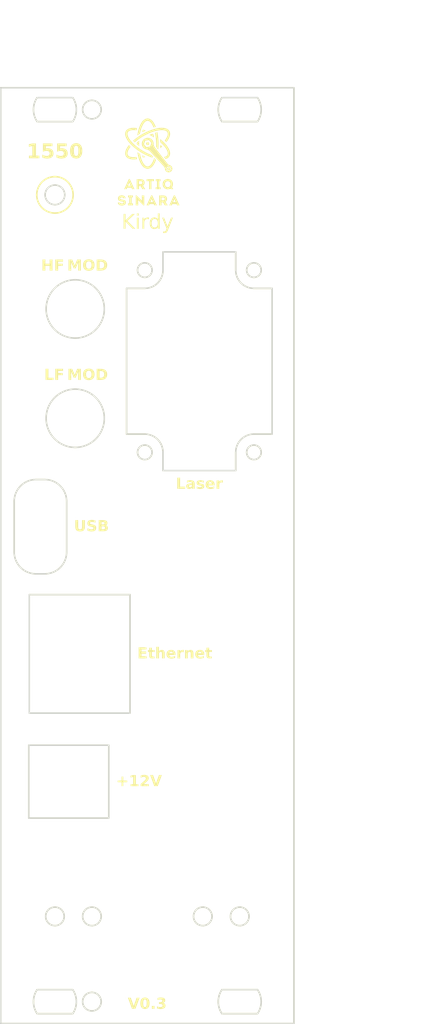
<source format=kicad_pcb>
(kicad_pcb (version 20221018) (generator pcbnew)
  (title_block (title "Kirdy Front Panel Text Markings") (date "2023-12-05") (rev "v0_3") (company "M-Labs Limited") (comment 1 "Designed For FP-1550-RevA"))
  (layers (0 "F.Cu" jumper) (1 "In1.Cu" signal) (2 "In2.Cu" signal) (31 "B.Cu" signal) (34 "B.Paste" user) (35 "F.Paste" user) (36 "B.SilkS" user "B.Silkscreen") (37 "F.SilkS" user "F.Silkscreen") (38 "B.Mask" user) (39 "F.Mask" user) (44 "Edge.Cuts" user))
  (net 0 "")
  (gr_arc (start 130.3 53.636) (mid 129.567767 55.403767) (end 127.8 56.136) (stroke (width 0.2)) (layer "F.SilkS"))
  (gr_line (start 127.8 76.1364) (end 125.3 76.1364) (stroke (width 0.2)) (layer "F.SilkS"))
  (gr_arc (start 117.895405 152.360001) (mid 118.399989 154.009999) (end 117.895405 155.659999) (stroke (width 0.2)) (layer "F.SilkS"))
  (gr_line (start 143.2954 152.36) (end 138.4046 152.36) (stroke (width 0.2)) (layer "F.SilkS"))
  (gr_line (start 140.3 81.1364) (end 130.3 81.1364) (stroke (width 0.2)) (layer "F.SilkS"))
  (gr_arc (start 142.8 56.136) (mid 141.032263 55.40375) (end 140.3 53.636) (stroke (width 0.2)) (layer "F.SilkS"))
  (gr_arc (start 112.85 95.3106) (mid 110.728709 94.431904) (end 109.85 92.3106) (stroke (width 0.2)) (layer "F.SilkS"))
  (gr_poly (pts (xy 128.19888 36.073261) (xy 128.209324 36.07385) (xy 128.21964 36.074989) (xy 128.229813 36.076663) (xy 128.239828 36.078857) (xy 128.249672 36.081557) (xy 128.25933 36.084747) (xy 128.268786 36.088412) (xy 128.278028 36.092537) (xy 128.287039 36.097107) (xy 128.295806 36.102108) (xy 128.304314 36.107523) (xy 128.312548 36.113338) (xy 128.320495 36.119539) (xy 128.328139 36.126109) (xy 128.335466 36.133034) (xy 128.342461 36.140299) (xy 128.34911 36.147888) (xy 128.355399 36.155788) (xy 128.361313 36.163982) (xy 128.366837 36.172456) (xy 128.371956 36.181194) (xy 128.376657 36.190182) (xy 128.380925 36.199405) (xy 128.384745 36.208847) (xy 128.388103 36.218493) (xy 128.390985 36.228329) (xy 128.393374 36.23834) (xy 128.395259 36.248509) (xy 128.396622 36.258824) (xy 128.397451 36.269267) (xy 128.397731 36.279825) (xy 128.397467 36.290382) (xy 128.396685 36.300826) (xy 128.395396 36.311142) (xy 128.393611 36.321315) (xy 128.391344 36.331331) (xy 128.388606 36.341175) (xy 128.385408 36.350832) (xy 128.381763 36.360289) (xy 128.377683 36.36953) (xy 128.373179 36.378542) (xy 128.368264 36.387309) (xy 128.362949 36.395817) (xy 128.357247 36.404051) (xy 128.351169 36.411998) (xy 128.344728 36.419642) (xy 128.337934 36.426969) (xy 128.330801 36.433964) (xy 128.32334 36.440613) (xy 128.315563 36.446902) (xy 128.307482 36.452816) (xy 128.299109 36.45834) (xy 128.290456 36.463459) (xy 128.281535 36.468161) (xy 128.272357 36.472428) (xy 128.262935 36.476249) (xy 128.253281 36.479607) (xy 128.243406 36.482488) (xy 128.233323 36.484878) (xy 128.223043 36.486762) (xy 128.212579 36.488126) (xy 128.201941 36.488954) (xy 128.191143 36.489234) (xy 128.180586 36.488963) (xy 128.170142 36.488157) (xy 128.159826 36.486832) (xy 128.149653 36.484999) (xy 128.139638 36.482673) (xy 128.129794 36.479867) (xy 128.120136 36.476595) (xy 128.11068 36.472869) (xy 128.101439 36.468705) (xy 128.092427 36.464114) (xy 128.08366 36.459111) (xy 128.075152 36.453709) (xy 128.066918 36.447921) (xy 128.058971 36.441761) (xy 128.051327 36.435243) (xy 128.044 36.42838) (xy 128.037005 36.421185) (xy 128.030356 36.413672) (xy 128.024067 36.405854) (xy 128.018153 36.397746) (xy 128.012629 36.38936) (xy 128.00751 36.380709) (xy 128.002808 36.371808) (xy 127.99854 36.36267) (xy 127.99472 36.353308) (xy 127.991362 36.343736) (xy 127.988481 36.333968) (xy 127.986091 36.324016) (xy 127.984207 36.313895) (xy 127.982843 36.303617) (xy 127.982014 36.293196) (xy 127.981735 36.282647) (xy 127.981758 36.272089) (xy 127.982346 36.261645) (xy 127.983485 36.251329) (xy 127.985159 36.241156) (xy 127.987354 36.231141) (xy 127.990054 36.221297) (xy 127.993244 36.211639) (xy 127.996909 36.202183) (xy 128.001034 36.192942) (xy 128.005604 36.18393) (xy 128.010605 36.175163) (xy 128.01602 36.166655) (xy 128.021836 36.158421) (xy 128.028036 36.150474) (xy 128.034606 36.14283) (xy 128.041531 36.135503) (xy 128.048796 36.128508) (xy 128.056386 36.121859) (xy 128.064285 36.11557) (xy 128.072479 36.109656) (xy 128.080953 36.104132) (xy 128.089692 36.099013) (xy 128.09868 36.094312) (xy 128.107902 36.090044) (xy 128.117344 36.086223) (xy 128.126991 36.082865) (xy 128.136827 36.079984) (xy 128.146837 36.077594) (xy 128.157007 36.07571) (xy 128.167321 36.074347) (xy 128.177765 36.073518) (xy 128.188322 36.073238)) (fill solid) (layer "F.SilkS"))
  (gr_arc (start 113.004593 155.660004) (mid 112.500001 154.01) (end 113.004593 152.359998) (stroke (width 0.2)) (layer "F.SilkS"))
  (gr_arc (start 130.3 53.636) (mid 129.567763 55.403747) (end 127.8 56.136) (stroke (width 0.2)) (layer "F.SilkS"))
  (gr_line (start 111.85 118.8232) (end 111.85 128.8232) (stroke (width 0.2)) (layer "F.SilkS"))
  (gr_line (start 147.5 157.01) (end 148.3 157.01) (stroke (width 0.2)) (layer "F.SilkS"))
  (gr_circle (center 127.8 53.636) (end 128.8 53.636) (stroke (width 0.2)) (fill none) (layer "F.SilkS"))
  (gr_line (start 130.3 81.136) (end 130.3 78.636) (stroke (width 0.2)) (layer "F.SilkS"))
  (gr_arc (start 138.404593 33.260004) (mid 137.900001 31.61) (end 138.404593 29.959998) (stroke (width 0.2)) (layer "F.SilkS"))
  (gr_arc (start 143.295405 152.360001) (mid 143.799989 154.009999) (end 143.295405 155.659999) (stroke (width 0.2)) (layer "F.SilkS"))
  (gr_line (start 130.3 78.6364) (end 130.3 81.1364) (stroke (width 0.2)) (layer "F.SilkS"))
  (gr_line (start 140.3 51.136) (end 130.3 51.136) (stroke (width 0.2)) (layer "F.SilkS"))
  (gr_line (start 117.06 85.3706) (end 117.06 92.3106) (stroke (width 0.2)) (layer "F.SilkS"))
  (gr_line (start 140.3 51.136) (end 130.3 51.136) (stroke (width 0.2)) (layer "F.SilkS"))
  (gr_circle (center 120.53 142.31) (end 121.805 142.31) (stroke (width 0.2)) (fill none) (layer "F.SilkS"))
  (gr_circle (center 127.8 78.6364) (end 128.8 78.6364) (stroke (width 0.2)) (fill none) (layer "F.SilkS"))
  (gr_line (start 117.8954 29.96) (end 113.0046 29.96) (stroke (width 0.2)) (layer "F.SilkS"))
  (gr_circle (center 142.8 78.636) (end 143.8 78.636) (stroke (width 0.2)) (fill none) (layer "F.SilkS"))
  (gr_line (start 113.004595 152.360001) (end 117.895395 152.360001) (stroke (width 0.2)) (layer "F.SilkS"))
  (gr_circle (center 127.8 78.636) (end 128.8 78.636) (stroke (width 0.2)) (fill none) (layer "F.SilkS"))
  (gr_poly (pts (xy 126.256794 34.103983) (xy 126.28988 34.104742) (xy 126.323825 34.105971) (xy 126.358662 34.107639) (xy 126.431149 34.112177) (xy 126.507605 34.118117) (xy 126.54791 34.122394) (xy 126.588533 34.126936) (xy 126.629684 34.132007) (xy 126.671576 34.137872) (xy 126.736769 34.146339) (xy 126.648999 34.460452) (xy 126.578161 34.454807) (xy 126.529089 34.450574) (xy 126.481924 34.446341) (xy 126.43959 34.442072) (xy 126.397256 34.437592) (xy 126.318033 34.432703) (xy 126.279451 34.431362) (xy 126.241523 34.430761) (xy 126.204222 34.430907) (xy 126.167525 34.431802) (xy 126.131407 34.433453) (xy 126.095843 34.435863) (xy 126.060808 34.439037) (xy 126.026278 34.44298) (xy 125.992227 34.447696) (xy 125.958631 34.453189) (xy 125.925464 34.459464) (xy 125.892703 34.466527) (xy 125.860322 34.47438) (xy 125.828297 34.48303) (xy 125.805266 34.489645) (xy 125.782745 34.496792) (xy 125.760739 34.504476) (xy 125.739256 34.512698) (xy 125.718301 34.521463) (xy 125.697883 34.530774) (xy 125.678007 34.540633) (xy 125.65868 34.551045) (xy 125.622034 34.572787) (xy 125.588511 34.596605) (xy 125.558122 34.622459) (xy 125.530874 34.650308) (xy 125.506776 34.680112) (xy 125.485837 34.711829) (xy 125.468065 34.74542) (xy 125.45347 34.780845) (xy 125.44206 34.818062) (xy 125.433843 34.85703) (xy 125.428829 34.897711) (xy 125.427025 34.940062) (xy 125.428441 34.984044) (xy 125.433086 35.029616) (xy 125.440967 35.076737) (xy 125.452095 35.125368) (xy 125.463381 35.167158) (xy 125.476092 35.208763) (xy 125.490256 35.25026) (xy 125.505903 35.291729) (xy 125.523061 35.333247) (xy 125.541759 35.374893) (xy 125.562027 35.416746) (xy 125.583893 35.458884) (xy 125.607386 35.501385) (xy 125.632536 35.54433) (xy 125.65937 35.587795) (xy 125.687919 35.631859) (xy 125.71821 35.676602) (xy 125.750273 35.722101) (xy 125.819832 35.815683) (xy 125.880829 35.893134) (xy 125.94397 35.969547) (xy 126.009343 36.045009) (xy 126.077033 36.119605) (xy 126.147127 36.193423) (xy 126.219712 36.266548) (xy 126.294876 36.339067) (xy 126.372704 36.411066) (xy 126.453284 36.482632) (xy 126.536703 36.553851) (xy 126.623047 36.62481) (xy 126.712403 36.695594) (xy 126.900498 36.836987) (xy 127.101684 36.978721) (xy 127.294935 37.106964) (xy 127.490401 37.228589) (xy 127.687918 37.343593) (xy 127.88732 37.451972) (xy 128.088441 37.553724) (xy 128.291117 37.648844) (xy 128.495182 37.73733) (xy 128.700471 37.819179) (xy 128.892949 38.022942) (xy 128.839042 38.212596) (xy 128.78856 38.195521) (xy 128.763914 38.186958) (xy 128.739982 38.178447) (xy 128.627623 38.137525) (xy 128.572938 38.117328) (xy 128.519285 38.096602) (xy 128.323654 38.015943) (xy 128.132529 37.932052) (xy 127.945842 37.844882) (xy 127.76352 37.754391) (xy 127.585495 37.660532) (xy 127.411696 37.563262) (xy 127.242053 37.462536) (xy 127.076495 37.35831) (xy 126.914952 37.250537) (xy 126.757353 37.139175) (xy 126.603629 37.024178) (xy 126.45371 36.905502) (xy 126.307524 36.783101) (xy 126.165002 36.656932) (xy 126.026073 36.52695) (xy 125.890667 36.39311) (xy 125.830971 36.331886) (xy 125.773869 36.271249) (xy 125.719304 36.211125) (xy 125.667218 36.151439) (xy 125.617552 36.092117) (xy 125.57025 36.033084) (xy 125.525253 35.974267) (xy 125.482503 35.91559) (xy 125.441943 35.856979) (xy 125.403514 35.798359) (xy 125.367159 35.739657) (xy 125.33282 35.680798) (xy 125.300438 35.621708) (xy 125.269957 35.562311) (xy 125.241317 35.502535) (xy 125.214462 35.442303) (xy 125.194697 35.394483) (xy 125.176781 35.34762) (xy 125.160711 35.301673) (xy 125.146482 35.256601) (xy 125.134093 35.212363) (xy 125.123539 35.168916) (xy 125.114817 35.12622) (xy 125.107924 35.084234) (xy 125.102857 35.042915) (xy 125.099612 35.002224) (xy 125.098186 34.962118) (xy 125.098576 34.922556) (xy 125.100778 34.883496) (xy 125.104789 34.844898) (xy 125.110606 34.80672) (xy 125.118225 34.768921) (xy 125.131396 34.715384) (xy 125.147631 34.664095) (xy 125.166937 34.615045) (xy 125.189323 34.568226) (xy 125.214796 34.523629) (xy 125.243365 34.481246) (xy 125.275036 34.44107) (xy 125.309819 34.403091) (xy 125.34772 34.367301) (xy 125.388748 34.333693) (xy 125.43291 34.302257) (xy 125.480215 34.272987) (xy 125.53067 34.245872) (xy 125.584284 34.220906) (xy 125.641063 34.198079) (xy 125.701016 34.177384) (xy 125.760112 34.160444) (xy 125.820677 34.145633) (xy 125.882883 34.132993) (xy 125.946901 34.122562) (xy 126.012903 34.11438) (xy 126.081062 34.108486) (xy 126.151549 34.104921) (xy 126.224536 34.103724)) (fill solid) (layer "F.SilkS"))
  (gr_line (start 111.93 114.4206) (end 125.77 114.4206) (stroke (width 0.2)) (layer "F.SilkS"))
  (gr_line (start 130.3 81.136) (end 130.3 78.636) (stroke (width 0.2)) (layer "F.SilkS"))
  (gr_arc (start 127.8 76.1364) (mid 129.567797 76.868616) (end 130.3 78.6364) (stroke (width 0.2)) (layer "F.SilkS"))
  (gr_poly (pts (xy 130.41497 43.385972) (xy 130.455864 43.390339) (xy 130.495306 43.39744) (xy 130.533215 43.407217) (xy 130.569507 43.419613) (xy 130.604098 43.434567) (xy 130.636905 43.452023) (xy 130.667843 43.471921) (xy 130.696831 43.494204) (xy 130.723784 43.518813) (xy 130.748618 43.545691) (xy 130.77125 43.574778) (xy 130.791598 43.606016) (xy 130.809576 43.639348) (xy 130.825102 43.674714) (xy 130.838092 43.712057) (xy 130.848404 43.75128) (xy 130.85557 43.790718) (xy 130.85965 43.830183) (xy 130.860705 43.869488) (xy 130.858798 43.908444) (xy 130.853988 43.946862) (xy 130.846337 43.984556) (xy 130.835906 44.021337) (xy 130.822757 44.057016) (xy 130.80695 44.091405) (xy 130.788547 44.124317) (xy 130.767609 44.155564) (xy 130.744198 44.184957) (xy 130.718373 44.212307) (xy 130.690198 44.237428) (xy 130.659732 44.260131) (xy 130.648159 44.268035) (xy 130.926995 44.719872) (xy 130.926995 44.752892) (xy 130.551074 44.752892) (xy 130.311187 44.341412) (xy 130.102059 44.341412) (xy 130.102059 44.752892) (xy 129.774398 44.752892) (xy 129.774398 44.053545) (xy 130.102059 44.053545) (xy 130.372711 44.053545) (xy 130.38259 44.053267) (xy 130.392173 44.052445) (xy 130.401457 44.051095) (xy 130.410443 44.049237) (xy 130.419128 44.046887) (xy 130.427513 44.044063) (xy 130.435596 44.040784) (xy 130.443375 44.037066) (xy 130.450851 44.032928) (xy 130.458023 44.028388) (xy 130.464888 44.023462) (xy 130.471447 44.018169) (xy 130.477697 44.012527) (xy 130.483639 44.006552) (xy 130.489272 44.000264) (xy 130.494593 43.993679) (xy 130.499603 43.986816) (xy 130.5043 43.979692) (xy 130.508684 43.972324) (xy 130.512753 43.964731) (xy 130.516506 43.95693) (xy 130.519942 43.94894) (xy 130.523061 43.940777) (xy 130.525862 43.932459) (xy 130.528343 43.924005) (xy 130.530503 43.915431) (xy 130.532342 43.906756) (xy 130.533858 43.897998) (xy 130.535051 43.889173) (xy 130.535919 43.8803) (xy 130.536679 43.862481) (xy 130.536127 43.84559) (xy 130.534356 43.828672) (xy 130.53135 43.81188) (xy 130.527093 43.795365) (xy 130.521569 43.779281) (xy 130.514763 43.763779) (xy 130.510874 43.756293) (xy 130.506659 43.749011) (xy 130.502115 43.741949) (xy 130.49724 43.735129) (xy 130.492034 43.728568) (xy 130.486493 43.722285) (xy 130.480615 43.716301) (xy 130.474399 43.710633) (xy 130.467844 43.705301) (xy 130.460945 43.700323) (xy 130.453703 43.695719) (xy 130.446115 43.691508) (xy 130.438178 43.687709) (xy 130.429892 43.68434) (xy 130.421253 43.681421) (xy 130.41226 43.678971) (xy 130.402912 43.677009) (xy 130.393205 43.675553) (xy 130.383139 43.674624) (xy 130.372711 43.674239) (xy 130.353483 43.673868) (xy 130.332986 43.673604) (xy 130.311115 43.673445) (xy 130.287762 43.673392) (xy 130.2014 43.673673) (xy 130.158891 43.674063) (xy 130.117016 43.674239) (xy 130.102059 43.674239) (xy 130.102059 44.053545) (xy 129.774398 44.053545) (xy 129.774398 43.384397) (xy 130.372711 43.384397)) (fill solid) (layer "F.SilkS"))
  (gr_circle (center 140.85 142.31) (end 142.125 142.31) (stroke (width 0.2)) (fill none) (layer "F.SilkS"))
  (gr_arc (start 109.85 85.3706) (mid 110.728675 83.24926) (end 112.85 82.3706) (stroke (width 0.2)) (layer "F.SilkS"))
  (gr_line (start 130.3 78.6364) (end 130.3 81.1364) (stroke (width 0.2)) (layer "F.SilkS"))
  (gr_line (start 130.3 51.136) (end 140.3 51.136) (stroke (width 0.2)) (layer "F.SilkS"))
  (gr_line (start 145.3 56.136) (end 142.8 56.136) (stroke (width 0.2)) (layer "F.SilkS"))
  (gr_line (start 125.3 56.1364) (end 127.8 56.1364) (stroke (width 0.2)) (layer "F.SilkS"))
  (gr_line (start 138.404595 29.960001) (end 143.295395 29.960001) (stroke (width 0.2)) (layer "F.SilkS"))
  (gr_arc (start 138.404598 33.260003) (mid 137.900006 31.609999) (end 138.404598 29.959997) (stroke (width 0.2)) (layer "F.SilkS"))
  (gr_line (start 122.85 128.8232) (end 111.85 128.8232) (stroke (width 0.2)) (layer "F.SilkS"))
  (gr_line (start 113.0046 155.66) (end 117.8954 155.66) (stroke (width 0.2)) (layer "F.SilkS"))
  (gr_line (start 130.3 51.136) (end 130.3 53.636) (stroke (width 0.2)) (layer "F.SilkS"))
  (gr_arc (start 117.895405 152.360001) (mid 118.399989 154.009999) (end 117.895405 155.659999) (stroke (width 0.2)) (layer "F.SilkS"))
  (gr_arc (start 117.06 92.3106) (mid 116.181316 94.431901) (end 114.06 95.3106) (stroke (width 0.2)) (layer "F.SilkS"))
  (gr_circle (center 127.8 78.636) (end 128.8 78.636) (stroke (width 0.2)) (fill none) (layer "F.SilkS"))
  (gr_line (start 138.404595 33.260001) (end 143.295395 33.260001) (stroke (width 0.2)) (layer "F.SilkS"))
  (gr_arc (start 142.8 56.136) (mid 141.032233 55.403767) (end 140.3 53.636) (stroke (width 0.2)) (layer "F.SilkS"))
  (gr_line (start 145.3 76.136) (end 145.3 56.136) (stroke (width 0.2)) (layer "F.SilkS"))
  (gr_line (start 140.3 51.136) (end 130.3 51.136) (stroke (width 0.2)) (layer "F.SilkS"))
  (gr_poly (pts (xy 125.947399 38.107228) (xy 125.921811 38.102343) (xy 125.896643 38.096997)) (fill solid) (layer "F.SilkS"))
  (gr_line (start 130.3 81.1364) (end 140.3 81.1364) (stroke (width 0.2)) (layer "F.SilkS"))
  (gr_line (start 113.0046 29.96) (end 117.8954 29.96) (stroke (width 0.2)) (layer "F.SilkS"))
  (gr_line (start 143.2954 152.36) (end 138.4046 152.36) (stroke (width 0.2)) (layer "F.SilkS"))
  (gr_poly (pts (xy 132.564785 44.718906) (xy 132.564785 44.752773) (xy 132.239663 44.752773) (xy 132.157821 44.576949) (xy 131.587448 44.576949) (xy 131.505606 44.752773) (xy 131.180483 44.752773) (xy 131.180483 44.718906) (xy 131.373115 44.301218) (xy 131.690179 44.301218) (xy 132.055093 44.301218) (xy 131.870519 43.881553) (xy 131.690179 44.301218) (xy 131.373115 44.301218) (xy 131.804196 43.366497) (xy 131.938815 43.366497)) (fill solid) (layer "F.SilkS"))
  (gr_line (start 125.3 76.1364) (end 127.8 76.1364) (stroke (width 0.2)) (layer "F.SilkS"))
  (gr_line (start 114.06 95.3106) (end 112.85 95.3106) (stroke (width 0.2)) (layer "F.SilkS"))
  (gr_line (start 113.0046 33.26) (end 117.8954 33.26) (stroke (width 0.2)) (layer "F.SilkS"))
  (gr_circle (center 120.53 154.01) (end 121.805 154.01) (stroke (width 0.2)) (fill none) (layer "F.SilkS"))
  (gr_line (start 130.3 51.136) (end 130.3 53.636) (stroke (width 0.2)) (layer "F.SilkS"))
  (gr_circle (center 142.8 78.6364) (end 143.8 78.6364) (stroke (width 0.2)) (fill none) (layer "F.SilkS"))
  (gr_line (start 108 142.81) (end 108 42.81) (stroke (width 0.2)) (layer "F.SilkS"))
  (gr_line (start 111.85 128.8232) (end 111.85 118.8232) (stroke (width 0.2)) (layer "F.SilkS"))
  (gr_line (start 140.3 81.136) (end 140.3 78.636) (stroke (width 0.2)) (layer "F.SilkS"))
  (gr_arc (start 138.404598 33.260003) (mid 137.900006 31.609999) (end 138.404598 29.959997) (stroke (width 0.2)) (layer "F.SilkS"))
  (gr_line (start 108 157.01) (end 148.3 157.01) (stroke (width 0.2)) (layer "F.SilkS"))
  (gr_poly (pts (xy 129.550779 34.782637) (xy 129.563481 34.856508) (xy 129.577816 34.942137) (xy 129.591385 35.025913) (xy 129.617384 35.193199) (xy 129.643314 35.395843) (xy 129.663902 35.600441) (xy 129.679073 35.806833) (xy 129.688751 36.014854) (xy 129.692859 36.224344) (xy 129.691322 36.435141) (xy 129.684063 36.647081) (xy 129.671006 36.860004) (xy 129.666728 36.918834) (xy 129.662186 36.97695) (xy 129.657115 37.034589) (xy 129.651249 37.09199) (xy 129.356892 36.712684) (xy 129.362327 36.612581) (xy 129.365976 36.513731) (xy 129.367906 36.416065) (xy 129.368181 36.319513) (xy 129.366869 36.224007) (xy 129.364036 36.129476) (xy 129.359747 36.035852) (xy 129.354069 35.943064) (xy 129.346032 35.84748) (xy 129.336867 35.751744) (xy 129.315934 35.560371) (xy 129.26912 35.18191) (xy 129.22679 34.848042) (xy 129.224716 34.837414) (xy 129.223763 34.832018) (xy 129.222908 34.826522) (xy 129.222186 34.820895) (xy 129.221629 34.815101) (xy 129.221271 34.80911) (xy 129.221176 34.806029) (xy 129.221144 34.802887) (xy 129.218321 34.785671) (xy 129.538078 34.706649)) (fill solid) (layer "F.SilkS"))
  (gr_line (start 108 42.81) (end 108 28.61) (stroke (width 0.2)) (layer "F.SilkS"))
  (gr_line (start 142.8 76.136) (end 145.3 76.136) (stroke (width 0.2)) (layer "F.SilkS"))
  (gr_circle (center 115.45 43.31) (end 116.8 43.31) (stroke (width 0.2)) (fill none) (layer "F.SilkS"))
  (gr_line (start 138.4046 155.66) (end 143.2954 155.66) (stroke (width 0.2)) (layer "F.SilkS"))
  (gr_line (start 117.8954 155.66) (end 113.0046 155.66) (stroke (width 0.2)) (layer "F.SilkS"))
  (gr_poly (pts (xy 129.443011 44.718906) (xy 129.443011 44.752773) (xy 129.117892 44.752773) (xy 129.036047 44.576949) (xy 128.465676 44.576949) (xy 128.383831 44.752773) (xy 128.058712 44.752773) (xy 128.058712 44.718906) (xy 128.251343 44.301218) (xy 128.568405 44.301218) (xy 128.933319 44.301218) (xy 128.748745 43.881553) (xy 128.568405 44.301218) (xy 128.251343 44.301218) (xy 128.682421 43.366497) (xy 128.817044 43.366497)) (fill solid) (layer "F.SilkS"))
  (gr_circle (center 115.45 142.31) (end 116.725 142.31) (stroke (width 0.2)) (fill none) (layer "F.SilkS"))
  (gr_circle (center 135.77 142.31) (end 137.045 142.31) (stroke (width 0.2)) (fill none) (layer "F.SilkS"))
  (gr_circle (center 127.8 53.636) (end 128.8 53.636) (stroke (width 0.2)) (fill none) (layer "F.SilkS"))
  (gr_arc (start 138.404598 155.660003) (mid 137.900006 154.009999) (end 138.404598 152.359997) (stroke (width 0.2)) (layer "F.SilkS"))
  (gr_poly (pts (xy 129.96123 41.423713) (xy 129.794436 41.423713) (xy 129.794436 42.255422) (xy 129.975341 42.255422) (xy 129.975341 42.530024) (xy 129.296316 42.530024) (xy 129.296316 42.255422) (xy 129.477499 42.255422) (xy 129.477499 41.423713) (xy 129.310424 41.423713) (xy 129.310424 41.149111) (xy 129.96123 41.149111)) (fill solid) (layer "F.SilkS"))
  (gr_line (start 140.3 81.1364) (end 140.3 78.6364) (stroke (width 0.2)) (layer "F.SilkS"))
  (gr_line (start 117.06 85.3706) (end 117.06 92.3106) (stroke (width 0.2)) (layer "F.SilkS"))
  (gr_line (start 108 28.61) (end 108 157.01) (stroke (width 0.2)) (layer "F.SilkS"))
  (gr_poly (pts (xy 128.249261 35.474565) (xy 128.293073 35.478042) (xy 128.33662 35.483834) (xy 128.379803 35.491934) (xy 128.422523 35.50234) (xy 128.464681 35.515046) (xy 128.506178 35.53005) (xy 128.546914 35.547346) (xy 128.58679 35.566931) (xy 128.625707 35.588801) (xy 128.663565 35.612951) (xy 128.700267 35.639377) (xy 128.735711 35.668075) (xy 128.7698 35.699042) (xy 128.802433 35.732272) (xy 128.833513 35.767762) (xy 128.861048 35.803262) (xy 128.886401 35.839754) (xy 128.909571 35.877158) (xy 128.930556 35.915395) (xy 128.949357 35.954384) (xy 128.965973 35.994045) (xy 128.980403 36.034299) (xy 128.992648 36.075066) (xy 129.002707 36.116267) (xy 129.01058 36.157821) (xy 129.016266 36.199649) (xy 129.019764 36.24167) (xy 129.021074 36.283806) (xy 129.020197 36.325976) (xy 129.017131 36.3681) (xy 129.011876 36.4101) (xy 129.015285 36.430902) (xy 129.020366 36.454084) (xy 129.027335 36.479704) (xy 129.036407 36.507819) (xy 129.047799 36.538487) (xy 129.061728 36.571767) (xy 129.078409 36.607715) (xy 129.098059 36.64639) (xy 129.120894 36.68785) (xy 129.14713 36.732153) (xy 129.176983 36.779356) (xy 129.21067 36.829517) (xy 129.248407 36.882695) (xy 129.29041 36.938947) (xy 129.336895 36.998331) (xy 129.388078 37.060904) (xy 130.910383 39.013318) (xy 130.925864 39.029806) (xy 130.9484 39.052569) (xy 130.962021 39.065692) (xy 130.977054 39.07965) (xy 130.993383 39.0942) (xy 131.01089 39.109096) (xy 131.029459 39.124096) (xy 131.048973 39.138953) (xy 131.069314 39.153424) (xy 131.090366 39.167265) (xy 131.112012 39.180231) (xy 131.123021 39.186309) (xy 131.134134 39.192077) (xy 131.145338 39.197505) (xy 131.156616 39.202561) (xy 131.167955 39.207215) (xy 131.179341 39.211436) (xy 131.19996 39.216071) (xy 131.220418 39.221514) (xy 131.240685 39.227772) (xy 131.260731 39.234852) (xy 131.280528 39.242763) (xy 131.300046 39.251511) (xy 131.319255 39.261105) (xy 131.338126 39.271551) (xy 131.356631 39.282856) (xy 131.374739 39.295029) (xy 131.392421 39.308077) (xy 131.409648 39.322007) (xy 131.426391 39.336826) (xy 131.442619 39.352543) (xy 131.458305 39.369164) (xy 131.473417 39.386697) (xy 131.489783 39.407422) (xy 131.504909 39.428715) (xy 131.518802 39.45053) (xy 131.531464 39.472822) (xy 131.542902 39.495546) (xy 131.553119 39.518654) (xy 131.562121 39.542103) (xy 131.569912 39.565847) (xy 131.576496 39.589839) (xy 131.581879 39.614034) (xy 131.586065 39.638387) (xy 131.589058 39.662853) (xy 131.590864 39.687385) (xy 131.591486 39.711938) (xy 131.59093 39.736466) (xy 131.5892 39.760924) (xy 131.586301 39.785266) (xy 131.582238 39.809447) (xy 131.577015 39.833421) (xy 131.570636 39.857143) (xy 131.563107 39.880567) (xy 131.554432 39.903646) (xy 131.544616 39.926337) (xy 131.533664 39.948593) (xy 131.521579 39.970368) (xy 131.508367 39.991618) (xy 131.494033 40.012296) (xy 131.47858 40.032357) (xy 131.462014 40.051755) (xy 131.44434 40.070445) (xy 131.425561 40.088381) (xy 131.405684 40.105517) (xy 131.387413 40.119921) (xy 131.368713 40.133392) (xy 131.349616 40.145931) (xy 131.330155 40.157539) (xy 131.310363 40.168215) (xy 131.290273 40.177961) (xy 131.269919 40.186777) (xy 131.249334 40.194664) (xy 131.22855 40.20162) (xy 131.207601 40.207648) (xy 131.186519 40.212748) (xy 131.165338 40.216919) (xy 131.144091 40.220163) (xy 131.122811 40.222479) (xy 131.101531 40.223868) (xy 131.080284 40.224331) (xy 131.052707 40.223604) (xy 131.025261 40.221426) (xy 130.998002 40.2178) (xy 130.970988 40.21273) (xy 130.944277 40.206219) (xy 130.917926 40.198272) (xy 130.891993 40.188892) (xy 130.866534 40.178083) (xy 130.841609 40.165848) (xy 130.817273 40.152192) (xy 130.793584 40.137118) (xy 130.7706 40.120629) (xy 130.748379 40.10273) (xy 130.726977 40.083424) (xy 130.706453 40.062715) (xy 130.686863 40.040606) (xy 130.67398 40.024484) (xy 130.661889 40.00799) (xy 130.65058 39.991148) (xy 130.640046 39.973984) (xy 130.630277 39.956522) (xy 130.621265 39.938787) (xy 130.613002 39.920805) (xy 130.605478 39.902599) (xy 130.598685 39.884195) (xy 130.592614 39.865617) (xy 130.587257 39.846891) (xy 130.582604 39.82804) (xy 130.578648 39.80909) (xy 130.575379 39.790066) (xy 130.573645 39.777292) (xy 130.760527 39.777292) (xy 130.972755 40.031857) (xy 131.300981 39.975413) (xy 131.414152 39.664122) (xy 131.201921 39.409558) (xy 130.873695 39.466002) (xy 130.760527 39.777292) (xy 130.573645 39.777292) (xy 130.572789 39.770992) (xy 130.570869 39.751893) (xy 130.570869 39.726492) (xy 130.567665 39.703831) (xy 130.562446 39.680631) (xy 130.555452 39.657074) (xy 130.546925 39.633341) (xy 130.537104 39.609615) (xy 130.526231 39.586078) (xy 130.514546 39.562911) (xy 130.50229 39.540296) (xy 130.489703 39.518416) (xy 130.477026 39.497451) (xy 130.452364 39.458999) (xy 130.412544 39.401091) (xy 128.745738 37.595715) (xy 128.693294 37.533711) (xy 128.643152 37.476978) (xy 128.595287 37.425283) (xy 128.549674 37.378395) (xy 128.506287 37.336081) (xy 128.465099 37.298108) (xy 128.426087 37.264245) (xy 128.389223 37.234259) (xy 128.354482 37.207917) (xy 128.321839 37.184988) (xy 128.291268 37.165239) (xy 128.262743 37.148437) (xy 128.236239 37.134351) (xy 128.21173 37.122747) (xy 128.189191 37.113394) (xy 128.168596 37.10606) (xy 128.127263 37.102915) (xy 128.086087 37.097718) (xy 128.04516 37.090471) (xy 128.004571 37.08118) (xy 127.964413 37.069848) (xy 127.924775 37.05648) (xy 127.885749 37.04108) (xy 127.847426 37.023651) (xy 127.809897 37.004198) (xy 127.773253 36.982725) (xy 127.737584 36.959237) (xy 127.702981 36.933737) (xy 127.669537 36.906229) (xy 127.63734 36.876718) (xy 127.606483 36.845207) (xy 127.577057 36.811702) (xy 127.550976 36.778858) (xy 127.526863 36.745091) (xy 127.50471 36.710475) (xy 127.484512 36.675083) (xy 127.466261 36.638989) (xy 127.44995 36.602264) (xy 127.435573 36.564982) (xy 127.423122 36.527217) (xy 127.412592 36.489042) (xy 127.403974 36.450528) (xy 127.397263 36.411751) (xy 127.392451 36.372783) (xy 127.391844 36.364662) (xy 127.684584 36.364662) (xy 128.015631 36.763724) (xy 128.015632 36.763724) (xy 128.527865 36.675953) (xy 128.70905 36.189402) (xy 128.378004 35.790339) (xy 127.865771 35.87811) (xy 127.684584 36.364662) (xy 127.391844 36.364662) (xy 127.389532 36.333696) (xy 127.388498 36.294565) (xy 127.389343 36.255462) (xy 127.392061 36.21646) (xy 127.396644 36.177632) (xy 127.403085 36.139053) (xy 127.411378 36.100794) (xy 127.421516 36.062928) (xy 127.433492 36.02553) (xy 127.447299 35.988672) (xy 127.46293 35.952427) (xy 127.480379 35.916868) (xy 127.499639 35.882069) (xy 127.520702 35.848102) (xy 127.543563 35.815041) (xy 127.568214 35.782958) (xy 127.594648 35.751928) (xy 127.622859 35.722023) (xy 127.65284 35.693315) (xy 127.684584 35.66588) (xy 127.713618 35.642278) (xy 127.743328 35.620255) (xy 127.77367 35.599804) (xy 127.804599 35.580918) (xy 127.83607 35.563587) (xy 127.868039 35.547805) (xy 127.900462 35.533563) (xy 127.933292 35.520853) (xy 127.966487 35.509668) (xy 128 35.5) (xy 128.033788 35.491841) (xy 128.067806 35.485183) (xy 128.10201 35.480018) (xy 128.136353 35.476339) (xy 128.170793 35.474137) (xy 128.205284 35.473404)) (fill solid) (layer "F.SilkS"))
  (gr_arc (start 127.8 76.136) (mid 129.567767 76.868233) (end 130.3 78.636) (stroke (width 0.2)) (layer "F.SilkS"))
  (gr_circle (center 115.45 142.31) (end 116.725 142.31) (stroke (width 0.2)) (fill none) (layer "F.SilkS"))
  (gr_line (start 138.4046 152.36) (end 143.2954 152.36) (stroke (width 0.2)) (layer "F.SilkS"))
  (gr_line (start 142.8 56.1364) (end 145.3 56.1364) (stroke (width 0.2)) (layer "F.SilkS"))
  (gr_line (start 111.93 98.1606) (end 111.93 114.4206) (stroke (width 0.2)) (layer "F.SilkS"))
  (gr_line (start 140.3 51.136) (end 140.3 53.636) (stroke (width 0.2)) (layer "F.SilkS"))
  (gr_arc (start 130.3 53.636) (mid 129.567767 55.403767) (end 127.8 56.136) (stroke (width 0.2)) (layer "F.SilkS"))
  (gr_line (start 125.3 56.1364) (end 127.8 56.1364) (stroke (width 0.2)) (layer "F.SilkS"))
  (gr_arc (start 130.3 53.636) (mid 129.567763 55.403747) (end 127.8 56.136) (stroke (width 0.2)) (layer "F.SilkS"))
  (gr_arc (start 127.8 76.136) (mid 129.567767 76.868233) (end 130.3 78.636) (stroke (width 0.2)) (layer "F.SilkS"))
  (gr_line (start 130.3 81.136) (end 140.3 81.136) (stroke (width 0.2)) (layer "F.SilkS"))
  (gr_line (start 145.3 56.1364) (end 142.8 56.1364) (stroke (width 0.2)) (layer "F.SilkS"))
  (gr_line (start 111.85 118.8232) (end 122.85 118.8232) (stroke (width 0.2)) (layer "F.SilkS"))
  (gr_circle (center 120.53 31.61) (end 121.805 31.61) (stroke (width 0.2)) (fill none) (layer "F.SilkS"))
  (gr_arc (start 143.295405 152.360001) (mid 143.799989 154.009999) (end 143.295405 155.659999) (stroke (width 0.2)) (layer "F.SilkS"))
  (gr_line (start 140.3 51.136) (end 130.3 51.136) (stroke (width 0.2)) (layer "F.SilkS"))
  (gr_line (start 125.3 76.1364) (end 125.3 56.1364) (stroke (width 0.2)) (layer "F.SilkS"))
  (gr_line (start 125.77 114.4206) (end 111.93 114.4206) (stroke (width 0.2)) (layer "F.SilkS"))
  (gr_arc (start 127.8 76.1364) (mid 129.567797 76.868616) (end 130.3 78.6364) (stroke (width 0.2)) (layer "F.SilkS"))
  (gr_line (start 125.77 98.1606) (end 125.77 114.4206) (stroke (width 0.2)) (layer "F.SilkS"))
  (gr_line (start 125.3 56.1364) (end 125.3 76.1364) (stroke (width 0.2)) (layer "F.SilkS"))
  (gr_circle (center 142.8 53.636) (end 143.8 53.636) (stroke (width 0.2)) (fill none) (layer "F.SilkS"))
  (gr_arc (start 138.404598 33.260003) (mid 137.900006 31.609999) (end 138.404598 29.959997) (stroke (width 0.2)) (layer "F.SilkS"))
  (gr_circle (center 120.53 154.01) (end 121.805 154.01) (stroke (width 0.2)) (fill none) (layer "F.SilkS"))
  (gr_line (start 145.3 56.136) (end 142.8 56.136) (stroke (width 0.2)) (layer "F.SilkS"))
  (gr_circle (center 120.53 142.31) (end 121.805 142.31) (stroke (width 0.2)) (fill none) (layer "F.SilkS"))
  (gr_line (start 130.3 81.136) (end 140.3 81.136) (stroke (width 0.2)) (layer "F.SilkS"))
  (gr_line (start 140.3 53.636) (end 140.3 51.136) (stroke (width 0.2)) (layer "F.SilkS"))
  (gr_circle (center 115.45 43.31) (end 116.8 43.31) (stroke (width 0.2)) (fill none) (layer "F.SilkS"))
  (gr_circle (center 127.8 53.636) (end 128.8 53.636) (stroke (width 0.2)) (fill none) (layer "F.SilkS"))
  (gr_poly (pts (xy 131.099277 39.514386) (xy 131.109721 39.515215) (xy 131.120036 39.516579) (xy 131.130209 39.518463) (xy 131.140225 39.520853) (xy 131.150069 39.523734) (xy 131.159726 39.527092) (xy 131.169183 39.530912) (xy 131.178424 39.53518) (xy 131.187436 39.539881) (xy 131.196203 39.545001) (xy 131.204711 39.550525) (xy 131.212945 39.556439) (xy 131.220892 39.562727) (xy 131.228535 39.569377) (xy 131.235862 39.576372) (xy 131.242858 39.583699) (xy 131.249507 39.591343) (xy 131.255796 39.59929) (xy 131.261709 39.607524) (xy 131.267233 39.616032) (xy 131.272353 39.624799) (xy 131.277054 39.633811) (xy 131.281322 39.643052) (xy 131.285142 39.652509) (xy 131.2885 39.662166) (xy 131.291381 39.67201) (xy 131.293771 39.682026) (xy 131.295655 39.692199) (xy 131.297019 39.702515) (xy 131.297848 39.712959) (xy 131.298127 39.723517) (xy 131.297864 39.734074) (xy 131.297082 39.744518) (xy 131.295792 39.754834) (xy 131.294008 39.765007) (xy 131.291741 39.775023) (xy 131.289003 39.784867) (xy 131.285805 39.794524) (xy 131.28216 39.803981) (xy 131.27808 39.813222) (xy 131.273576 39.822233) (xy 131.268661 39.831) (xy 131.263347 39.839508) (xy 131.257645 39.847743) (xy 131.251567 39.855689) (xy 131.245126 39.863333) (xy 131.238332 39.87066) (xy 131.231199 39.877656) (xy 131.223738 39.884305) (xy 131.215962 39.890594) (xy 131.207881 39.896507) (xy 131.199508 39.902031) (xy 131.190855 39.907151) (xy 131.181933 39.911852) (xy 131.172756 39.91612) (xy 131.163334 39.91994) (xy 131.15368 39.923298) (xy 131.143805 39.926179) (xy 131.133721 39.928569) (xy 131.123442 39.930453) (xy 131.112977 39.931817) (xy 131.10234 39.932646) (xy 131.091542 39.932925) (xy 131.080736 39.932654) (xy 131.070075 39.931848) (xy 131.059572 39.93052) (xy 131.049241 39.928685) (xy 131.039093 39.926354) (xy 131.029143 39.92354) (xy 131.019403 39.920257) (xy 131.009887 39.916517) (xy 131.000606 39.912333) (xy 130.991574 39.907719) (xy 130.982804 39.902688) (xy 130.974309 39.897251) (xy 130.966103 39.891423) (xy 130.958197 39.885217) (xy 130.950605 39.878644) (xy 130.94334 39.871719) (xy 130.936414 39.864454) (xy 130.929842 39.856862) (xy 130.923635 39.848956) (xy 130.917807 39.840749) (xy 130.912371 39.832254) (xy 130.907339 39.823484) (xy 130.902725 39.814453) (xy 130.898542 39.805172) (xy 130.894802 39.795655) (xy 130.891519 39.785915) (xy 130.888705 39.775965) (xy 130.886374 39.765818) (xy 130.884538 39.755486) (xy 130.883211 39.744984) (xy 130.882405 39.734323) (xy 130.882133 39.723517) (xy 130.882156 39.712959) (xy 130.882745 39.702515) (xy 130.883883 39.692199) (xy 130.885558 39.682026) (xy 130.887752 39.67201) (xy 130.890452 39.662166) (xy 130.893642 39.652509) (xy 130.897307 39.643052) (xy 130.901432 39.633811) (xy 130.906002 39.624799) (xy 130.911002 39.616032) (xy 130.916418 39.607524) (xy 130.922233 39.59929) (xy 130.928433 39.591343) (xy 130.935003 39.583699) (xy 130.941928 39.576372) (xy 130.949193 39.569377) (xy 130.956783 39.562727) (xy 130.964682 39.556439) (xy 130.972876 39.550525) (xy 130.98135 39.545001) (xy 130.990088 39.539881) (xy 130.999076 39.53518) (xy 131.008299 39.530912) (xy 131.017741 39.527092) (xy 131.027387 39.523734) (xy 131.037223 39.520853) (xy 131.047234 39.518463) (xy 131.057404 39.516579) (xy 131.067718 39.515215) (xy 131.078161 39.514386) (xy 131.088719 39.514107)) (fill solid) (layer "F.SilkS"))
  (gr_circle (center 120.53 154.01) (end 121.805 154.01) (stroke (width 0.2)) (fill none) (layer "F.SilkS"))
  (gr_poly (pts (xy 125.84808 36.704333) (xy 125.817036 36.746666) (xy 125.806579 36.759586) (xy 125.79635 36.772715) (xy 125.786313 36.786022) (xy 125.776431 36.799477) (xy 125.756989 36.826716) (xy 125.737732 36.854193) (xy 125.690277 36.925098) (xy 125.64395 36.997888) (xy 125.599614 37.072861) (xy 125.578462 37.111259) (xy 125.558132 37.150314) (xy 125.538731 37.190064) (xy 125.520368 37.230546) (xy 125.503149 37.271796) (xy 125.487184 37.313853) (xy 125.472579 37.356753) (xy 125.459444 37.400534) (xy 125.447885 37.445232) (xy 125.438011 37.490886) (xy 125.43343 37.515884) (xy 125.429792 37.540446) (xy 125.427095 37.564567) (xy 125.425336 37.588242) (xy 125.424512 37.611467) (xy 125.424621 37.634237) (xy 125.425659 37.656546) (xy 125.427626 37.678392) (xy 125.430517 37.699768) (xy 125.43433 37.72067) (xy 125.439063 37.741094) (xy 125.444713 37.761034) (xy 125.451277 37.780486) (xy 125.458753 37.799446) (xy 125.467137 37.817908) (xy 125.476428 37.835868) (xy 125.486623 37.853321) (xy 125.497719 37.870262) (xy 125.509713 37.886687) (xy 125.522603 37.902592) (xy 125.536387 37.91797) (xy 125.55106 37.932819) (xy 125.566622 37.947132) (xy 125.583069 37.960905) (xy 125.600399 37.974134) (xy 125.618608 37.986814) (xy 125.637695 37.99894) (xy 125.657657 38.010507) (xy 125.678491 38.021511) (xy 125.700194 38.031947) (xy 125.722764 38.041811) (xy 125.746199 38.051097) (xy 125.749455 38.052702) (xy 125.752763 38.054238) (xy 125.759502 38.057125) (xy 125.766355 38.059793) (xy 125.773256 38.06228) (xy 125.780145 38.064621) (xy 125.786957 38.066853) (xy 125.800102 38.071135) (xy 125.848385 38.085026) (xy 125.897861 38.097064) (xy 125.948667 38.107251) (xy 126.000939 38.115585) (xy 126.054811 38.122068) (xy 126.110419 38.126698) (xy 126.167899 38.129476) (xy 126.227386 38.130402) (xy 126.255477 38.130358) (xy 126.284678 38.130049) (xy 126.314937 38.129212) (xy 126.330447 38.128512) (xy 126.346202 38.12758) (xy 126.371707 38.126273) (xy 126.397258 38.124537) (xy 126.44879 38.120171) (xy 126.50138 38.115277) (xy 126.55561 38.110647) (xy 126.578982 38.108442) (xy 126.590774 38.107174) (xy 126.602672 38.105708) (xy 126.614701 38.103977) (xy 126.62689 38.101915) (xy 126.639264 38.099457) (xy 126.651849 38.096535) (xy 126.739619 38.407826) (xy 126.724274 38.409943) (xy 126.708082 38.41206) (xy 126.674426 38.416293) (xy 126.630858 38.422158) (xy 126.58856 38.427229) (xy 126.546791 38.431771) (xy 126.504811 38.436049) (xy 126.4325 38.441825) (xy 126.363629 38.446279) (xy 126.330236 38.447927) (xy 126.297404 38.449145) (xy 126.265035 38.4499) (xy 126.23303 38.450159) (xy 126.173359 38.449487) (xy 126.115124 38.447425) (xy 126.058198 38.443909) (xy 126.002456 38.438871) (xy 125.947772 38.432245) (xy 125.894021 38.423966) (xy 125.841076 38.413967) (xy 125.788813 38.402182) (xy 125.739686 38.389632) (xy 125.692124 38.375391) (xy 125.646161 38.359487) (xy 125.601828 38.341949) (xy 125.559157 38.322806) (xy 125.518179 38.302085) (xy 125.478928 38.279816) (xy 125.441433 38.256026) (xy 125.405728 38.230745) (xy 125.371844 38.204001) (xy 125.339812 38.175822) (xy 125.309666 38.146237) (xy 125.281436 38.115275) (xy 125.255154 38.082964) (xy 125.230853 38.049332) (xy 125.208564 38.014409) (xy 125.188439 37.978259) (xy 125.170499 37.940957) (xy 125.154739 37.902538) (xy 125.141157 37.86304) (xy 125.129748 37.822501) (xy 125.120508 37.780957) (xy 125.113432 37.738445) (xy 125.108517 37.695003) (xy 125.105758 37.650669) (xy 125.105151 37.605478) (xy 125.106693 37.559469) (xy 125.110378 37.512679) (xy 125.116203 37.465144) (xy 125.124163 37.416903) (xy 125.134255 37.367992) (xy 125.146475 37.318448) (xy 125.165745 37.254384) (xy 125.187328 37.191745) (xy 125.211016 37.130557) (xy 125.236601 37.070843) (xy 125.263877 37.012627) (xy 125.292635 36.955933) (xy 125.322668 36.900785) (xy 125.353768 36.847208) (xy 125.385728 36.795225) (xy 125.41834 36.744859) (xy 125.451398 36.696136) (xy 125.484692 36.649079) (xy 125.551163 36.560059) (xy 125.616093 36.47799)) (fill solid) (layer "F.SilkS"))
  (gr_line (start 125.3 56.136) (end 127.8 56.136) (stroke (width 0.2)) (layer "F.SilkS"))
  (gr_line (start 117.8954 152.36) (end 113.0046 152.36) (stroke (width 0.2)) (layer "F.SilkS"))
  (gr_line (start 140.3 53.636) (end 140.3 51.136) (stroke (width 0.2)) (layer "F.SilkS"))
  (gr_line (start 140.3 53.636) (end 140.3 51.136) (stroke (width 0.2)) (layer "F.SilkS"))
  (gr_circle (center 120.53 31.61) (end 121.805 31.61) (stroke (width 0.2)) (fill none) (layer "F.SilkS"))
  (gr_line (start 138.4046 155.66) (end 143.2954 155.66) (stroke (width 0.2)) (layer "F.SilkS"))
  (gr_line (start 114.06 82.3706) (end 112.85 82.3706) (stroke (width 0.2)) (layer "F.SilkS"))
  (gr_circle (center 142.8 53.636) (end 143.8 53.636) (stroke (width 0.2)) (fill none) (layer "F.SilkS"))
  (gr_arc (start 140.3 78.636) (mid 141.032233 76.868233) (end 142.8 76.136) (stroke (width 0.2)) (layer "F.SilkS"))
  (gr_arc (start 138.404598 155.660003) (mid 137.900006 154.009999) (end 138.404598 152.359997) (stroke (width 0.2)) (layer "F.SilkS"))
  (gr_line (start 108 157.01) (end 108 142.81) (stroke (width 0.2)) (layer "F.SilkS"))
  (gr_arc (start 112.85 95.3106) (mid 110.728709 94.431904) (end 109.85 92.3106) (stroke (width 0.2)) (layer "F.SilkS"))
  (gr_line (start 111.85 128.8232) (end 122.85 128.8232) (stroke (width 0.2)) (layer "F.SilkS"))
  (gr_circle (center 140.85 142.31) (end 142.125 142.31) (stroke (width 0.2)) (fill none) (layer "F.SilkS"))
  (gr_arc (start 130.3 53.636) (mid 129.567767 55.403767) (end 127.8 56.136) (stroke (width 0.2)) (layer "F.SilkS"))
  (gr_line (start 147.4406 157.01) (end 147.5 157.01) (stroke (width 0.2)) (layer "F.SilkS"))
  (gr_poly (pts (xy 127.933619 34.485733) (xy 127.843026 34.531171) (xy 127.723152 34.593048) (xy 127.664432 34.623087) (xy 127.605395 34.652808) (xy 127.601288 34.654914) (xy 127.597413 34.656954) (xy 127.593737 34.658861) (xy 127.591962 34.659744) (xy 127.590225 34.66057) (xy 127.588522 34.661329) (xy 127.586847 34.662014) (xy 127.585197 34.662616) (xy 127.583567 34.663127) (xy 127.581955 34.663539) (xy 127.580354 34.663844) (xy 127.578762 34.664033) (xy 127.577174 34.664097) (xy 127.563724 34.669874) (xy 127.557835 34.672283) (xy 127.555045 34.673353) (xy 127.552337 34.674328) (xy 127.549695 34.675203) (xy 127.547104 34.675976) (xy 127.544547 34.676641) (xy 127.54201 34.677194) (xy 127.539475 34.677631) (xy 127.536929 34.677949) (xy 127.534354 34.678142) (xy 127.531735 34.678208) (xy 127.528523 34.678109) (xy 127.52522 34.677811) (xy 127.521801 34.677315) (xy 127.518242 34.676621) (xy 127.514517 34.675728) (xy 127.510602 34.674636) (xy 127.502102 34.671858) (xy 127.492544 34.668287) (xy 127.481729 34.663921) (xy 127.455536 34.652808) (xy 127.545846 34.341517)) (fill solid) (layer "F.SilkS"))
  (gr_poly (pts (xy 128.339344 32.835857) (xy 128.398104 32.852887) (xy 128.455111 32.873238) (xy 128.510447 32.896975) (xy 128.564193 32.924165) (xy 128.616432 32.954874) (xy 128.667247 32.989169) (xy 128.71672 33.027114) (xy 128.764932 33.068778) (xy 128.811967 33.114224) (xy 128.857906 33.16352) (xy 128.902832 33.216733) (xy 128.946827 33.273927) (xy 128.989973 33.335169) (xy 129.032353 33.400526) (xy 129.074049 33.470063) (xy 129.09896 33.513698) (xy 129.122997 33.55763) (xy 129.14632 33.601894) (xy 129.169087 33.646521) (xy 129.21359 33.737) (xy 129.257774 33.829331) (xy 129.276988 33.868083) (xy 129.296122 33.907577) (xy 129.334257 33.987939) (xy 129.011677 34.069784) (xy 128.952412 33.948146) (xy 128.882632 33.803119) (xy 128.847636 33.732524) (xy 128.829509 33.697486) (xy 128.810734 33.662538) (xy 128.794625 33.632668) (xy 128.778045 33.603585) (xy 128.760997 33.575277) (xy 128.743478 33.547731) (xy 128.72549 33.520934) (xy 128.707032 33.494873) (xy 128.688104 33.469536) (xy 128.668707 33.444909) (xy 128.64884 33.42098) (xy 128.628503 33.397737) (xy 128.607697 33.375165) (xy 128.586421 33.353253) (xy 128.564676 33.331988) (xy 128.54246 33.311356) (xy 128.519776 33.291345) (xy 128.496621 33.271943) (xy 128.458356 33.24307) (xy 128.41998 33.218047) (xy 128.400756 33.206979) (xy 128.38151 33.196873) (xy 128.362244 33.18773) (xy 128.342961 33.17955) (xy 128.323662 33.172332) (xy 128.30435 33.166076) (xy 128.285025 33.160782) (xy 128.265691 33.156452) (xy 128.246349 33.153083) (xy 128.227001 33.150677) (xy 128.207649 33.149233) (xy 128.188295 33.148752) (xy 128.168941 33.149233) (xy 128.149589 33.150677) (xy 128.130241 33.153083) (xy 128.110899 33.156452) (xy 128.091565 33.160782) (xy 128.07224 33.166076) (xy 128.052927 33.172332) (xy 128.033628 33.17955) (xy 128.014345 33.18773) (xy 127.995079 33.196873) (xy 127.975833 33.206979) (xy 127.956609 33.218047) (xy 127.918233 33.24307) (xy 127.879966 33.271943) (xy 127.857386 33.290388) (xy 127.835239 33.309653) (xy 127.813498 33.329761) (xy 127.792133 33.35074) (xy 127.771116 33.372612) (xy 127.750416 33.395405) (xy 127.730006 33.419143) (xy 127.709857 33.443851) (xy 127.689939 33.469554) (xy 127.670224 33.496278) (xy 127.650682 33.524048) (xy 127.631285 33.55289) (xy 127.612004 33.582827) (xy 127.592809 33.613886) (xy 127.554565 33.679471) (xy 127.491097 33.799353) (xy 127.432217 33.923836) (xy 127.377722 34.05355) (xy 127.327411 34.189129) (xy 127.281082 34.331203) (xy 127.238533 34.480404) (xy 127.199563 34.637364) (xy 127.163969 34.802715) (xy 127.161149 34.816886) (xy 127.157944 34.830711) (xy 127.1543 34.844185) (xy 127.150162 34.857299) (xy 127.145478 34.870045) (xy 127.140191 34.882418) (xy 127.13425 34.894408) (xy 127.127598 34.906008) (xy 127.123989 34.91166) (xy 127.120182 34.917212) (xy 127.116171 34.922663) (xy 127.111948 34.928012) (xy 127.107508 34.933258) (xy 127.102842 34.9384) (xy 127.097945 34.943437) (xy 127.092809 34.948368) (xy 127.087429 34.953193) (xy 127.081796 34.95791) (xy 127.075905 34.962519) (xy 127.069748 34.967018) (xy 127.063319 34.971407) (xy 127.056611 34.975684) (xy 127.049617 34.97985) (xy 127.042331 34.983902) (xy 127.029644 34.990384) (xy 127.01708 34.997121) (xy 126.992245 35.011286) (xy 126.967689 35.026258) (xy 126.943271 35.041899) (xy 126.84421 35.108362) (xy 126.835617 35.114706) (xy 126.826788 35.121018) (xy 126.817754 35.127263) (xy 126.808545 35.133409) (xy 126.79919 35.139423) (xy 126.78972 35.145271) (xy 126.780164 35.150921) (xy 126.770552 35.15634) (xy 126.784662 35.071673) (xy 126.792894 35.018593) (xy 126.800783 34.965805) (xy 126.809149 34.913598) (xy 126.813766 34.887804) (xy 126.818811 34.862264) (xy 126.855071 34.685449) (xy 126.893944 34.517609) (xy 126.935661 34.358144) (xy 126.980454 34.20645) (xy 127.028554 34.061927) (xy 127.080193 33.923972) (xy 127.107412 33.85727) (xy 127.135602 33.791984) (xy 127.164793 33.728039) (xy 127.195013 33.66536) (xy 127.217861 33.619779) (xy 127.241748 33.574454) (xy 127.266679 33.529346) (xy 127.292662 33.48442) (xy 127.319704 33.43964) (xy 127.347811 33.394969) (xy 127.376989 33.350371) (xy 127.407245 33.305809) (xy 127.44274 33.256224) (xy 127.47917 33.209273) (xy 127.516543 33.164945) (xy 127.554868 33.123228) (xy 127.594155 33.084111) (xy 127.63441 33.047582) (xy 127.675644 33.013629) (xy 127.717865 32.982241) (xy 127.761081 32.953406) (xy 127.805301 32.927113) (xy 127.850534 32.90335) (xy 127.896789 32.882105) (xy 127.944074 32.863368) (xy 127.992397 32.847125) (xy 128.041769 32.833367) (xy 128.092196 32.822081) (xy 128.278747 32.822081)) (fill solid) (layer "F.SilkS"))
  (gr_circle (center 120.53 142.31) (end 121.805 142.31) (stroke (width 0.2)) (fill none) (layer "F.SilkS"))
  (gr_circle (center 135.77 142.31) (end 137.045 142.31) (stroke (width 0.2)) (fill none) (layer "F.SilkS"))
  (gr_arc (start 140.3 78.636) (mid 141.032233 76.868233) (end 142.8 76.136) (stroke (width 0.2)) (layer "F.SilkS"))
  (gr_circle (center 142.8 78.636) (end 143.8 78.636) (stroke (width 0.2)) (fill none) (layer "F.SilkS"))
  (gr_circle (center 140.85 142.31) (end 142.125 142.31) (stroke (width 0.2)) (fill none) (layer "F.SilkS"))
  (gr_arc (start 114.06 82.3706) (mid 116.18135 83.249263) (end 117.06 85.3706) (stroke (width 0.2)) (layer "F.SilkS"))
  (gr_line (start 113.004595 152.360001) (end 117.895395 152.360001) (stroke (width 0.2)) (layer "F.SilkS"))
  (gr_line (start 145.3 56.136) (end 142.8 56.136) (stroke (width 0.2)) (layer "F.SilkS"))
  (gr_line (start 138.4046 29.96) (end 143.2954 29.96) (stroke (width 0.2)) (layer "F.SilkS"))
  (gr_circle (center 127.8 78.6364) (end 128.8 78.6364) (stroke (width 0.2)) (fill none) (layer "F.SilkS"))
  (gr_arc (start 117.895405 29.960001) (mid 118.399989 31.609999) (end 117.895405 33.259999) (stroke (width 0.2)) (layer "F.SilkS"))
  (gr_line (start 138.4046 155.66) (end 143.2954 155.66) (stroke (width 0.2)) (layer "F.SilkS"))
  (gr_arc (start 113.004598 155.660003) (mid 112.500006 154.009999) (end 113.004598 152.359997) (stroke (width 0.2)) (layer "F.SilkS"))
  (gr_line (start 130.3 51.136) (end 130.3 53.636) (stroke (width 0.2)) (layer "F.SilkS"))
  (gr_line (start 143.2954 155.66) (end 138.4046 155.66) (stroke (width 0.2)) (layer "F.SilkS"))
  (gr_line (start 140.3 53.636) (end 140.3 51.136) (stroke (width 0.2)) (layer "F.SilkS"))
  (gr_line (start 140.3 81.136) (end 140.3 78.636) (stroke (width 0.2)) (layer "F.SilkS"))
  (gr_circle (center 135.77 142.31) (end 137.045 142.31) (stroke (width 0.2)) (fill none) (layer "F.SilkS"))
  (gr_arc (start 140.3 78.636) (mid 141.032233 76.868233) (end 142.8 76.136) (stroke (width 0.2)) (layer "F.SilkS"))
  (gr_arc (start 113.004593 155.660004) (mid 112.500001 154.01) (end 113.004593 152.359998) (stroke (width 0.2)) (layer "F.SilkS"))
  (gr_line (start 117.895395 155.660001) (end 113.004595 155.660001) (stroke (width 0.2)) (layer "F.SilkS"))
  (gr_arc (start 117.8954 152.360002) (mid 118.399985 154.01) (end 117.8954 155.66) (stroke (width 0.2)) (layer "F.SilkS"))
  (gr_line (start 142.8 76.136) (end 145.3 76.136) (stroke (width 0.2)) (layer "F.SilkS"))
  (gr_poly (pts (xy 128.827426 34.921842) (xy 128.833038 34.922656) (xy 128.838999 34.92398) (xy 128.845273 34.925788) (xy 128.851826 34.928051) (xy 128.858625 34.930743) (xy 128.87282 34.937307) (xy 128.887584 34.945263) (xy 128.902643 34.954396) (xy 128.917721 34.964489) (xy 128.932545 34.975328) (xy 128.94684 34.986695) (xy 128.960331 34.998376) (xy 128.972744 35.010155) (xy 128.983804 35.021815) (xy 128.993237 35.033141) (xy 128.997257 35.038612) (xy 129.000768 35.043918) (xy 129.003735 35.049032) (xy 129.006124 35.053928) (xy 129.007899 35.058579) (xy 129.009028 35.062958) (xy 129.051359 35.33756) (xy 129.065471 35.430975) (xy 128.434422 35.068884) (xy 128.530661 35.029091) (xy 128.673252 34.97427) (xy 128.743623 34.947494) (xy 128.813728 34.921564) (xy 128.822197 34.921564)) (fill solid) (layer "F.SilkS"))
  (gr_line (start 111.93 98.1606) (end 111.93 114.4206) (stroke (width 0.2)) (layer "F.SilkS"))
  (gr_circle (center 142.8 53.636) (end 143.8 53.636) (stroke (width 0.2)) (fill none) (layer "F.SilkS"))
  (gr_poly (pts (xy 125.896643 38.096997) (xy 125.871889 38.091191) (xy 125.847547 38.084926)) (fill solid) (layer "F.SilkS"))
  (gr_circle (center 140.85 142.31) (end 142.125 142.31) (stroke (width 0.2)) (fill none) (layer "F.SilkS"))
  (gr_circle (center 118.24 73.963) (end 122.24 73.963) (stroke (width 0.2)) (fill none) (layer "F.SilkS"))
  (gr_arc (start 143.295405 29.960001) (mid 143.799989 31.609999) (end 143.295405 33.259999) (stroke (width 0.2)) (layer "F.SilkS"))
  (gr_line (start 130.3 51.136) (end 130.3 53.636) (stroke (width 0.2)) (layer "F.SilkS"))
  (gr_line (start 125.3 56.136) (end 125.3 76.136) (stroke (width 0.2)) (layer "F.SilkS"))
  (gr_line (start 145.3 56.136) (end 142.8 56.136) (stroke (width 0.2)) (layer "F.SilkS"))
  (gr_line (start 140.3 81.136) (end 140.3 78.636) (stroke (width 0.2)) (layer "F.SilkS"))
  (gr_line (start 138.404595 33.260001) (end 143.295395 33.260001) (stroke (width 0.2)) (layer "F.SilkS"))
  (gr_line (start 111.93 98.1606) (end 125.77 98.1606) (stroke (width 0.2)) (layer "F.SilkS"))
  (gr_arc (start 113.004598 33.260003) (mid 112.500006 31.609999) (end 113.004598 29.959997) (stroke (width 0.2)) (layer "F.SilkS"))
  (gr_arc (start 130.3 53.636) (mid 129.567763 55.403747) (end 127.8 56.136) (stroke (width 0.2)) (layer "F.SilkS"))
  (gr_line (start 109.85 85.3706) (end 109.85 92.3106) (stroke (width 0.2)) (layer "F.SilkS"))
  (gr_circle (center 127.8 78.636) (end 128.8 78.636) (stroke (width 0.2)) (fill none) (layer "F.SilkS"))
  (gr_circle (center 115.45 43.31) (end 116.8 43.31) (stroke (width 0.2)) (fill none) (layer "F.SilkS"))
  (gr_arc (start 143.295405 152.360001) (mid 143.799989 154.009999) (end 143.295405 155.659999) (stroke (width 0.2)) (layer "F.SilkS"))
  (gr_circle (center 118.24 58.963) (end 122.24 58.963) (stroke (width 0.2)) (fill none) (layer "F.SilkS"))
  (gr_circle (center 115.45 43.31) (end 117.95 43.31) (stroke (width 0.2)) (fill none) (layer "F.SilkS"))
  (gr_circle (center 118.24 58.963) (end 122.24 58.963) (stroke (width 0.2)) (fill none) (layer "F.SilkS"))
  (gr_line (start 142.8 56.1364) (end 145.3 56.1364) (stroke (width 0.2)) (layer "F.SilkS"))
  (gr_line (start 145.3 56.1364) (end 142.8 56.1364) (stroke (width 0.2)) (layer "F.SilkS"))
  (gr_arc (start 130.3 53.636) (mid 129.567763 55.403747) (end 127.8 56.136) (stroke (width 0.2)) (layer "F.SilkS"))
  (gr_arc (start 117.895405 152.360001) (mid 118.399989 154.009999) (end 117.895405 155.659999) (stroke (width 0.2)) (layer "F.SilkS"))
  (gr_line (start 143.2954 155.66) (end 138.4046 155.66) (stroke (width 0.2)) (layer "F.SilkS"))
  (gr_line (start 143.295395 29.960001) (end 138.404595 29.960001) (stroke (width 0.2)) (layer "F.SilkS"))
  (gr_line (start 111.93 114.4206) (end 111.93 98.1606) (stroke (width 0.2)) (layer "F.SilkS"))
  (gr_line (start 143.2954 155.66) (end 138.4046 155.66) (stroke (width 0.2)) (layer "F.SilkS"))
  (gr_line (start 125.3 56.1364) (end 125.3 76.1364) (stroke (width 0.2)) (layer "F.SilkS"))
  (gr_circle (center 135.77 142.31) (end 137.045 142.31) (stroke (width 0.2)) (fill none) (layer "F.SilkS"))
  (gr_arc (start 143.295405 152.360001) (mid 143.799989 154.009999) (end 143.295405 155.659999) (stroke (width 0.2)) (layer "F.SilkS"))
  (gr_line (start 130.3 81.136) (end 140.3 81.136) (stroke (width 0.2)) (layer "F.SilkS"))
  (gr_circle (center 120.53 142.31) (end 121.805 142.31) (stroke (width 0.2)) (fill none) (layer "F.SilkS"))
  (gr_circle (center 120.53 31.61) (end 121.805 31.61) (stroke (width 0.2)) (fill none) (layer "F.SilkS"))
  (gr_line (start 130.3 81.136) (end 130.3 78.636) (stroke (width 0.2)) (layer "F.SilkS"))
  (gr_arc (start 138.404598 155.660003) (mid 137.900006 154.009999) (end 138.404598 152.359997) (stroke (width 0.2)) (layer "F.SilkS"))
  (gr_circle (center 118.24 73.963) (end 122.24 73.963) (stroke (width 0.2)) (fill none) (layer "F.SilkS"))
  (gr_line (start 111.93 114.4206) (end 125.77 114.4206) (stroke (width 0.2)) (layer "F.SilkS"))
  (gr_arc (start 143.295405 29.960001) (mid 143.799989 31.609999) (end 143.295405 33.259999) (stroke (width 0.2)) (layer "F.SilkS"))
  (gr_circle (center 120.53 154.01) (end 121.805 154.01) (stroke (width 0.2)) (fill none) (layer "F.SilkS"))
  (gr_arc (start 117.895405 152.360001) (mid 118.399989 154.009999) (end 117.895405 155.659999) (stroke (width 0.2)) (layer "F.SilkS"))
  (gr_arc (start 117.8954 152.360002) (mid 118.399985 154.01) (end 117.8954 155.66) (stroke (width 0.2)) (layer "F.SilkS"))
  (gr_circle (center 127.8 53.636) (end 128.8 53.636) (stroke (width 0.2)) (fill none) (layer "F.SilkS"))
  (gr_line (start 117.06 92.3106) (end 117.06 85.3706) (stroke (width 0.2)) (layer "F.SilkS"))
  (gr_line (start 143.2954 152.36) (end 138.4046 152.36) (stroke (width 0.2)) (layer "F.SilkS"))
  (gr_line (start 112.85 82.3706) (end 114.06 82.3706) (stroke (width 0.2)) (layer "F.SilkS"))
  (gr_arc (start 138.404598 33.260003) (mid 137.900006 31.609999) (end 138.404598 29.959997) (stroke (width 0.2)) (layer "F.SilkS"))
  (gr_arc (start 143.2954 29.960002) (mid 143.799985 31.61) (end 143.2954 33.26) (stroke (width 0.2)) (layer "F.SilkS"))
  (gr_arc (start 142.8 56.136) (mid 141.032263 55.40375) (end 140.3 53.636) (stroke (width 0.2)) (layer "F.SilkS"))
  (gr_line (start 138.4046 33.26) (end 143.2954 33.26) (stroke (width 0.2)) (layer "F.SilkS"))
  (gr_circle (center 127.8 53.636) (end 128.8 53.636) (stroke (width 0.2)) (fill none) (layer "F.SilkS"))
  (gr_circle (center 135.77 142.31) (end 137.045 142.31) (stroke (width 0.2)) (fill none) (layer "F.SilkS"))
  (gr_arc (start 142.8 56.136) (mid 141.032233 55.403767) (end 140.3 53.636) (stroke (width 0.2)) (layer "F.SilkS"))
  (gr_line (start 125.3 76.1364) (end 127.8 76.1364) (stroke (width 0.2)) (layer "F.SilkS"))
  (gr_circle (center 142.8 78.6364) (end 143.8 78.6364) (stroke (width 0.2)) (fill none) (layer "F.SilkS"))
  (gr_circle (center 118.24 73.963) (end 122.24 73.963) (stroke (width 0.2)) (fill none) (layer "F.SilkS"))
  (gr_line (start 111.85 128.8232) (end 111.85 118.8232) (stroke (width 0.2)) (layer "F.SilkS"))
  (gr_line (start 117.895395 155.660001) (end 113.004595 155.660001) (stroke (width 0.2)) (layer "F.SilkS"))
  (gr_circle (center 118.24 58.963) (end 122.24 58.963) (stroke (width 0.2)) (fill none) (layer "F.SilkS"))
  (gr_circle (center 120.53 142.31) (end 121.805 142.31) (stroke (width 0.2)) (fill none) (layer "F.SilkS"))
  (gr_line (start 113.0046 155.66) (end 117.8954 155.66) (stroke (width 0.2)) (layer "F.SilkS"))
  (gr_line (start 113.0046 152.36) (end 117.8954 152.36) (stroke (width 0.2)) (layer "F.SilkS"))
  (gr_line (start 138.404595 29.960001) (end 143.295395 29.960001) (stroke (width 0.2)) (layer "F.SilkS"))
  (gr_circle (center 120.53 31.61) (end 121.805 31.61) (stroke (width 0.2)) (fill none) (layer "F.SilkS"))
  (gr_line (start 109.85 85.3706) (end 109.85 92.3106) (stroke (width 0.2)) (layer "F.SilkS"))
  (gr_poly (pts (xy 131.026778 41.126395) (xy 131.090795 41.13433) (xy 131.154309 41.147637) (xy 131.216738 41.16638) (xy 131.247365 41.177812) (xy 131.277504 41.190627) (xy 131.307082 41.204835) (xy 131.336027 41.220443) (xy 131.364266 41.237461) (xy 131.391727 41.255895) (xy 131.418337 41.275755) (xy 131.444024 41.297049) (xy 131.468716 41.319785) (xy 131.49234 41.343971) (xy 131.514823 41.369615) (xy 131.536094 41.396726) (xy 131.556079 41.425313) (xy 131.574707 41.455382) (xy 131.591904 41.486943) (xy 131.607599 41.520005) (xy 131.621718 41.554574) (xy 131.63419 41.590659) (xy 131.644942 41.628269) (xy 131.653902 41.667413) (xy 131.660997 41.708097) (xy 131.666154 41.750331) (xy 131.669302 41.794122) (xy 131.670367 41.83948) (xy 131.669937 41.868952) (xy 131.668647 41.897893) (xy 131.666496 41.926307) (xy 131.663483 41.9542) (xy 131.65961 41.981574) (xy 131.654874 42.008435) (xy 131.649276 42.034788) (xy 131.642815 42.060637) (xy 131.635491 42.085987) (xy 131.627304 42.110841) (xy 131.618252 42.135206) (xy 131.608336 42.159084) (xy 131.597555 42.182481) (xy 131.585908 42.205402) (xy 131.573396 42.22785) (xy 131.560018 42.249831) (xy 131.551553 42.261121) (xy 131.701412 42.510039) (xy 131.701412 42.527256) (xy 131.367544 42.527256) (xy 131.328033 42.453596) (xy 131.308276 42.464884) (xy 131.288448 42.474721) (xy 131.268245 42.484011) (xy 131.247684 42.492741) (xy 131.226788 42.500899) (xy 131.205576 42.508473) (xy 131.184068 42.515452) (xy 131.162285 42.521822) (xy 131.140247 42.527574) (xy 131.117974 42.532693) (xy 131.095487 42.537169) (xy 131.072806 42.540989) (xy 131.04995 42.544141) (xy 131.026941 42.546614) (xy 131.003798 42.548395) (xy 130.980542 42.549473) (xy 130.957192 42.549834) (xy 130.893828 42.547236) (xy 130.830378 42.539395) (xy 130.767419 42.52624) (xy 130.705525 42.507699) (xy 130.675159 42.496388) (xy 130.645274 42.483704) (xy 130.615944 42.469638) (xy 130.587241 42.454182) (xy 130.559236 42.437327) (xy 130.532002 42.419064) (xy 130.50561 42.399384) (xy 130.480132 42.378278) (xy 130.455641 42.355738) (xy 130.432208 42.331754) (xy 130.409906 42.306318) (xy 130.388806 42.279421) (xy 130.36898 42.251055) (xy 130.3505 42.221209) (xy 130.333439 42.189876) (xy 130.317868 42.157046) (xy 130.30386 42.122712) (xy 130.291486 42.086863) (xy 130.280817 42.049491) (xy 130.271928 42.010588) (xy 130.264888 41.970144) (xy 130.259771 41.92815) (xy 130.256647 41.884599) (xy 130.255656 41.842303) (xy 130.58099 41.842303) (xy 130.581564 41.868385) (xy 130.583259 41.893559) (xy 130.586037 41.917832) (xy 130.589856 41.941207) (xy 130.594679 41.96369) (xy 130.600466 41.985286) (xy 130.607177 42.006001) (xy 130.614773 42.02584) (xy 130.623214 42.044807) (xy 130.632461 42.062909) (xy 130.642475 42.08015) (xy 130.653216 42.096536) (xy 130.664645 42.112072) (xy 130.676722 42.126762) (xy 130.689408 42.140613) (xy 130.702663 42.153629) (xy 130.716448 42.165816) (xy 130.730724 42.177179) (xy 130.745451 42.187723) (xy 130.760589 42.197454) (xy 130.7761 42.206376) (xy 130.791944 42.214495) (xy 130.808081 42.221815) (xy 130.824472 42.228343) (xy 130.841078 42.234084) (xy 130.857858 42.239042) (xy 130.874775 42.243223) (xy 130.891787 42.246632) (xy 130.925944 42.251156) (xy 130.960012 42.252654) (xy 130.994596 42.251125) (xy 131.029142 42.246516) (xy 131.063347 42.2388) (xy 131.096909 42.227946) (xy 131.113354 42.221334) (xy 131.129525 42.213926) (xy 131.145384 42.205719) (xy 131.160893 42.196709) (xy 131.176014 42.186893) (xy 131.190709 42.176267) (xy 131.204941 42.164828) (xy 131.218671 42.152571) (xy 131.231863 42.139493) (xy 131.244477 42.12559) (xy 131.256477 42.110859) (xy 131.267824 42.095295) (xy 131.278481 42.078897) (xy 131.28841 42.061658) (xy 131.297572 42.043577) (xy 131.305931 42.024649) (xy 131.313448 42.00487) (xy 131.320085 41.984238) (xy 131.325805 41.962748) (xy 131.33057 41.940396) (xy 131.334342 41.91718) (xy 131.337083 41.893094) (xy 131.338756 41.868136) (xy 131.339321 41.842303) (xy 131.338747 41.816502) (xy 131.337052 41.791589) (xy 131.334275 41.76756) (xy 131.330455 41.744411) (xy 131.325631 41.722136) (xy 131.319843 41.700732) (xy 131.313131 41.680193) (xy 131.305534 41.660516) (xy 131.297091 41.641695) (xy 131.287841 41.623726) (xy 131.277824 41.606604) (xy 131.26708 41.590326) (xy 131.255647 41.574886) (xy 131.243566 41.56028) (xy 131.230874 41.546503) (xy 131.217613 41.533551) (xy 131.20382 41.521419) (xy 131.189537 41.510102) (xy 131.174801 41.499597) (xy 131.159652 41.489899) (xy 131.14413 41.481002) (xy 131.128274 41.472903) (xy 131.112124 41.465597) (xy 131.095718 41.459079) (xy 131.079097 41.453345) (xy 131.062299 41.44839) (xy 131.045364 41.44421) (xy 131.028332 41.440801) (xy 130.994131 41.436273) (xy 130.960012 41.434772) (xy 130.925479 41.436273) (xy 130.890977 41.440801) (xy 130.85681 41.44839) (xy 130.823281 41.459079) (xy 130.80685 41.465597) (xy 130.790693 41.472903) (xy 130.774846 41.481002) (xy 130.759349 41.489899) (xy 130.744238 41.499597) (xy 130.729552 41.510102) (xy 130.715328 41.521419) (xy 130.701604 41.533551) (xy 130.688419 41.546503) (xy 130.67581 41.56028) (xy 130.663815 41.574886) (xy 130.652472 41.590326) (xy 130.641819 41.606604) (xy 130.631893 41.623726) (xy 130.622733 41.641695) (xy 130.614376 41.660516) (xy 130.60686 41.680193) (xy 130.600224 41.700732) (xy 130.594505 41.722136) (xy 130.589741 41.744411) (xy 130.585969 41.76756) (xy 130.583228 41.791589) (xy 130.581556 41.816502) (xy 130.58099 41.842303) (xy 130.255656 41.842303) (xy 130.25559 41.83948) (xy 130.256656 41.794122) (xy 130.259803 41.750331) (xy 130.26496 41.708097) (xy 130.272054 41.667413) (xy 130.281013 41.628269) (xy 130.291764 41.590659) (xy 130.304235 41.554574) (xy 130.318353 41.520005) (xy 130.334046 41.486943) (xy 130.351241 41.455382) (xy 130.369865 41.425313) (xy 130.389847 41.396726) (xy 130.411113 41.369615) (xy 130.433591 41.343971) (xy 130.45721 41.319785) (xy 130.481895 41.297049) (xy 130.507575 41.275755) (xy 130.534177 41.255895) (xy 130.561629 41.237461) (xy 130.589858 41.220443) (xy 130.618792 41.204835) (xy 130.648357 41.190627) (xy 130.678483 41.177812) (xy 130.709096 41.16638) (xy 130.771492 41.147637) (xy 130.834968 41.13433) (xy 130.898942 41.126395) (xy 130.962835 41.123765)) (fill solid) (layer "F.SilkS"))
  (gr_circle (center 140.85 142.31) (end 142.125 142.31) (stroke (width 0.2)) (fill none) (layer "F.SilkS"))
  (gr_line (start 113.004595 155.660001) (end 117.895395 155.660001) (stroke (width 0.2)) (layer "F.SilkS"))
  (gr_arc (start 130.3 53.636) (mid 129.567767 55.403767) (end 127.8 56.136) (stroke (width 0.2)) (layer "F.SilkS"))
  (gr_poly (pts (xy 126.159358 43.666198) (xy 125.995669 43.666198) (xy 125.995669 44.469122) (xy 126.173469 44.469122) (xy 126.173469 44.752753) (xy 125.49416 44.752753) (xy 125.49416 44.469122) (xy 125.671958 44.469122) (xy 125.671958 43.666198) (xy 125.508271 43.666198) (xy 125.508271 43.384541) (xy 126.159358 43.384541)) (fill solid) (layer "F.SilkS"))
  (gr_circle (center 115.45 142.31) (end 116.725 142.31) (stroke (width 0.2)) (fill none) (layer "F.SilkS"))
  (gr_line (start 125.3 76.136) (end 127.8 76.136) (stroke (width 0.2)) (layer "F.SilkS"))
  (gr_line (start 117.8954 155.66) (end 113.0046 155.66) (stroke (width 0.2)) (layer "F.SilkS"))
  (gr_line (start 117.8954 33.26) (end 113.0046 33.26) (stroke (width 0.2)) (layer "F.SilkS"))
  (gr_line (start 108 42.81) (end 108 28.61) (stroke (width 0.2)) (layer "F.SilkS"))
  (gr_poly (pts (xy 127.308471 41.152352) (xy 127.329471 41.153436) (xy 127.350135 41.155233) (xy 127.370452 41.157735) (xy 127.390412 41.160932) (xy 127.410002 41.164818) (xy 127.429213 41.169383) (xy 127.448034 41.174619) (xy 127.466453 41.180519) (xy 127.48446 41.187073) (xy 127.502043 41.194274) (xy 127.519193 41.202114) (xy 127.535897 41.210583) (xy 127.552146 41.219674) (xy 127.567927 41.229379) (xy 127.583231 41.239689) (xy 127.598047 41.250596) (xy 127.612362 41.262091) (xy 127.626168 41.274167) (xy 127.639451 41.286815) (xy 127.652203 41.300027) (xy 127.664412 41.313795) (xy 127.676066 41.32811) (xy 127.687155 41.342964) (xy 127.697669 41.358349) (xy 127.707596 41.374257) (xy 127.716925 41.390679) (xy 127.725645 41.407607) (xy 127.733746 41.425032) (xy 127.741217 41.442947) (xy 127.748046 41.461344) (xy 127.754223 41.480213) (xy 127.759905 41.499891) (xy 127.764784 41.519644) (xy 127.768867 41.539449) (xy 127.772164 41.559281) (xy 127.774681 41.579117) (xy 127.776426 41.598934) (xy 127.777406 41.618706) (xy 127.77763 41.638412) (xy 127.777105 41.658025) (xy 127.775838 41.677524) (xy 127.773837 41.696884) (xy 127.77111 41.71608) (xy 127.767665 41.73509) (xy 127.763509 41.75389) (xy 127.758649 41.772455) (xy 127.753095 41.790763) (xy 127.746852 41.808788) (xy 127.739929 41.826507) (xy 127.732333 41.843897) (xy 127.724072 41.860934) (xy 127.715154 41.877593) (xy 127.705586 41.893851) (xy 127.695376 41.909685) (xy 127.684532 41.925069) (xy 127.673061 41.939981) (xy 127.660971 41.954397) (xy 127.64827 41.968293) (xy 127.634965 41.981644) (xy 127.621063 41.994428) (xy 127.606573 42.00662) (xy 127.591503 42.018197) (xy 127.575859 42.029134) (xy 127.558926 42.043246) (xy 127.844535 42.507218) (xy 127.844535 42.530079) (xy 127.471154 42.530079) (xy 127.22788 42.111262) (xy 127.00436 42.111262) (xy 127.00436 42.530079) (xy 126.684602 42.530079) (xy 126.684602 41.429131) (xy 127.00436 41.429131) (xy 127.00436 41.831014) (xy 127.287145 41.831014) (xy 127.297598 41.830719) (xy 127.307735 41.829845) (xy 127.317556 41.828412) (xy 127.32706 41.826437) (xy 127.336245 41.823941) (xy 127.34511 41.82094) (xy 127.353655 41.817455) (xy 127.361877 41.813503) (xy 127.369777 41.809104) (xy 127.377353 41.804275) (xy 127.384604 41.799036) (xy 127.391529 41.793405) (xy 127.398127 41.787401) (xy 127.404396 41.781043) (xy 127.410336 41.774349) (xy 127.415946 41.767338) (xy 127.421224 41.760028) (xy 127.426169 41.752438) (xy 127.43078 41.744588) (xy 127.435057 41.736494) (xy 127.442602 41.719655) (xy 127.448794 41.702069) (xy 127.453626 41.683887) (xy 127.457087 41.665256) (xy 127.459171 41.646328) (xy 127.459867 41.62725) (xy 127.459698 41.609631) (xy 127.458129 41.591917) (xy 127.456818 41.583078) (xy 127.455156 41.574278) (xy 127.453143 41.56554) (xy 127.450778 41.556885) (xy 127.448059 41.548333) (xy 127.444988 41.539906) (xy 127.441563 41.531626) (xy 127.437785 41.523513) (xy 127.433651 41.515588) (xy 127.429163 41.507874) (xy 127.424319 41.500391) (xy 127.41912 41.49316) (xy 127.413564 41.486203) (xy 127.407651 41.479541) (xy 127.401381 41.473195) (xy 127.394753 41.467187) (xy 127.387767 41.461537) (xy 127.380422 41.456267) (xy 127.372719 41.451398) (xy 127.364655 41.446951) (xy 127.356232 41.442948) (xy 127.347448 41.43941) (xy 127.338302 41.436358) (xy 127.328796 41.433813) (xy 127.318927 41.431796) (xy 127.308696 41.43033) (xy 127.298103 41.429435) (xy 127.287145 41.429131) (xy 127.00436 41.429131) (xy 126.684602 41.429131) (xy 126.684602 41.151989) (xy 127.287145 41.151989)) (fill solid) (layer "F.SilkS"))
  (gr_line (start 125.3 56.136) (end 127.8 56.136) (stroke (width 0.2)) (layer "F.SilkS"))
  (gr_circle (center 127.8 78.6364) (end 128.8 78.6364) (stroke (width 0.2)) (fill none) (layer "F.SilkS"))
  (gr_line (start 143.2954 29.96) (end 138.4046 29.96) (stroke (width 0.2)) (layer "F.SilkS"))
  (gr_line (start 143.295395 33.260001) (end 138.404595 33.260001) (stroke (width 0.2)) (layer "F.SilkS"))
  (gr_line (start 113.004595 155.660001) (end 117.895395 155.660001) (stroke (width 0.2)) (layer "F.SilkS"))
  (gr_line (start 138.4046 33.26) (end 143.2954 33.26) (stroke (width 0.2)) (layer "F.SilkS"))
  (gr_circle (center 142.8 78.6364) (end 143.8 78.6364) (stroke (width 0.2)) (fill none) (layer "F.SilkS"))
  (gr_line (start 125.77 98.1606) (end 125.77 114.4206) (stroke (width 0.2)) (layer "F.SilkS"))
  (gr_line (start 125.3 56.136) (end 125.3 76.136) (stroke (width 0.2)) (layer "F.SilkS"))
  (gr_arc (start 138.404593 33.260004) (mid 137.900001 31.61) (end 138.404593 29.959998) (stroke (width 0.2)) (layer "F.SilkS"))
  (gr_line (start 130.3 81.136) (end 140.3 81.136) (stroke (width 0.2)) (layer "F.SilkS"))
  (gr_line (start 125.3 56.136) (end 127.8 56.136) (stroke (width 0.2)) (layer "F.SilkS"))
  (gr_arc (start 114.06 82.3706) (mid 116.18135 83.249263) (end 117.06 85.3706) (stroke (width 0.2)) (layer "F.SilkS"))
  (gr_arc (start 138.404598 155.660003) (mid 137.900006 154.009999) (end 138.404598 152.359997) (stroke (width 0.2)) (layer "F.SilkS"))
  (gr_line (start 143.2954 155.66) (end 138.4046 155.66) (stroke (width 0.2)) (layer "F.SilkS"))
  (gr_line (start 112.85 95.3106) (end 114.06 95.3106) (stroke (width 0.2)) (layer "F.SilkS"))
  (gr_line (start 125.3 76.136) (end 127.8 76.136) (stroke (width 0.2)) (layer "F.SilkS"))
  (gr_line (start 127.8 76.1364) (end 125.3 76.1364) (stroke (width 0.2)) (layer "F.SilkS"))
  (gr_arc (start 138.404593 33.260004) (mid 137.900001 31.61) (end 138.404593 29.959998) (stroke (width 0.2)) (layer "F.SilkS"))
  (gr_line (start 114.06 95.3106) (end 112.85 95.3106) (stroke (width 0.2)) (layer "F.SilkS"))
  (gr_circle (center 115.45 43.31) (end 117.95 43.31) (stroke (width 0.2)) (fill none) (layer "F.SilkS"))
  (gr_circle (center 142.8 53.636) (end 143.8 53.636) (stroke (width 0.2)) (fill none) (layer "F.SilkS"))
  (gr_line (start 130.3 81.1364) (end 140.3 81.1364) (stroke (width 0.2)) (layer "F.SilkS"))
  (gr_line (start 125.77 98.1606) (end 111.93 98.1606) (stroke (width 0.2)) (layer "F.SilkS"))
  (gr_poly (pts (xy 124.665508 43.362042) (xy 124.695748 43.363972) (xy 124.725512 43.367162) (xy 124.754745 43.37159) (xy 124.783391 43.377235) (xy 124.811394 43.384076) (xy 124.838698 43.392091) (xy 124.865248 43.401259) (xy 124.890988 43.411557) (xy 124.915861 43.422966) (xy 124.939813 43.435462) (xy 124.962787 43.449025) (xy 124.984727 43.463633) (xy 125.005578 43.479264) (xy 125.025284 43.495898) (xy 125.043789 43.513512) (xy 125.056876 43.527376) (xy 125.069148 43.54166) (xy 125.080604 43.556362) (xy 125.091242 43.571478) (xy 125.101062 43.587007) (xy 125.110062 43.602944) (xy 125.118241 43.619287) (xy 125.125598 43.636033) (xy 125.132131 43.653179) (xy 125.13784 43.670722) (xy 125.142722 43.68866) (xy 125.146778 43.70699) (xy 125.150005 43.725707) (xy 125.152402 43.744811) (xy 125.153968 43.764297) (xy 125.154702 43.784164) (xy 124.844258 43.784164) (xy 124.843137 43.77566) (xy 124.84153 43.76745) (xy 124.839455 43.759533) (xy 124.836925 43.751907) (xy 124.833957 43.744571) (xy 124.830568 43.737523) (xy 124.826771 43.730761) (xy 124.822584 43.724284) (xy 124.818022 43.71809) (xy 124.813101 43.712178) (xy 124.807836 43.706546) (xy 124.802244 43.701192) (xy 124.79634 43.696115) (xy 124.790139 43.691313) (xy 124.783658 43.686785) (xy 124.776913 43.682529) (xy 124.769918 43.678543) (xy 124.762691 43.674826) (xy 124.755246 43.671376) (xy 124.7476 43.668191) (xy 124.739767 43.665271) (xy 124.731765 43.662613) (xy 124.723608 43.660215) (xy 124.715313 43.658077) (xy 124.706895 43.656197) (xy 124.69837 43.654572) (xy 124.681062 43.652084) (xy 124.663515 43.650601) (xy 124.645855 43.650109) (xy 124.626457 43.650687) (xy 124.607103 43.652415) (xy 124.587946 43.655288) (xy 124.569144 43.659299) (xy 124.550851 43.664441) (xy 124.533223 43.670707) (xy 124.516414 43.678091) (xy 124.500582 43.686586) (xy 124.485881 43.696186) (xy 124.479003 43.701398) (xy 124.472466 43.706884) (xy 124.466289 43.712643) (xy 124.460493 43.718673) (xy 124.455095 43.724975) (xy 124.450117 43.731547) (xy 124.445577 43.738389) (xy 124.441494 43.7455) (xy 124.437889 43.752878) (xy 124.43478 43.760524) (xy 124.432187 43.768435) (xy 124.430129 43.776613) (xy 124.428626 43.785054) (xy 124.427697 43.79376) (xy 124.427225 43.805679) (xy 124.427637 43.816947) (xy 124.428894 43.827586) (xy 124.430958 43.837615) (xy 124.433792 43.847054) (xy 124.437357 43.855922) (xy 124.441616 43.86424) (xy 124.446532 43.872028) (xy 124.452065 43.879305) (xy 124.458178 43.886091) (xy 124.464834 43.892407) (xy 124.471994 43.898272) (xy 124.479621 43.903705) (xy 124.487676 43.908728) (xy 124.496122 43.913359) (xy 124.504921 43.91762) (xy 124.514035 43.921528) (xy 124.523426 43.925106) (xy 124.533057 43.928371) (xy 124.542888 43.931345) (xy 124.563005 43.936498) (xy 124.583472 43.940722) (xy 124.603987 43.944178) (xy 124.624247 43.947023) (xy 124.662789 43.951522) (xy 124.773004 43.965142) (xy 124.825013 43.973518) (xy 124.874641 43.983435) (xy 124.921652 43.995265) (xy 124.965812 44.009381) (xy 125.006885 44.026155) (xy 125.02619 44.035656) (xy 125.044635 44.04596) (xy 125.06219 44.057116) (xy 125.078826 44.069169) (xy 125.094514 44.082165) (xy 125.109223 44.096152) (xy 125.122925 44.111177) (xy 125.13559 44.127284) (xy 125.147189 44.144522) (xy 125.157691 44.162937) (xy 125.167069 44.182575) (xy 125.175292 44.203483) (xy 125.18233 44.225707) (xy 125.188155 44.249294) (xy 125.192737 44.274291) (xy 125.196046 44.300744) (xy 125.198053 44.328699) (xy 125.198728 44.358204) (xy 125.198039 44.38246) (xy 125.195976 44.406216) (xy 125.19255 44.429454) (xy 125.18777 44.452157) (xy 125.181646 44.474308) (xy 125.174187 44.49589) (xy 125.165403 44.516884) (xy 125.155302 44.537274) (xy 125.143895 44.557042) (xy 125.131192 44.576171) (xy 125.1172 44.594643) (xy 125.101931 44.612442) (xy 125.085394 44.629549) (xy 125.067598 44.645948) (xy 125.048552 44.66162) (xy 125.028266 44.67655) (xy 125.009077 44.689304) (xy 124.989105 44.701314) (xy 124.968387 44.712568) (xy 124.94696 44.723056) (xy 124.924862 44.732766) (xy 124.90213 44.741688) (xy 124.878801 44.749811) (xy 124.854912 44.757125) (xy 124.8305 44.763619) (xy 124.805604 44.769282) (xy 124.780259 44.774103) (xy 124.754503 44.778071) (xy 124.728373 44.781176) (xy 124.701907 44.783408) (xy 124.675141 44.784755) (xy 124.648113 44.785206) (xy 124.614849 44.784528) (xy 124.582087 44.782509) (xy 124.549887 44.779171) (xy 124.518309 44.774534) (xy 124.487412 44.768621) (xy 124.457256 44.761453) (xy 124.427901 44.753051) (xy 124.399406 44.743437) (xy 124.371829 44.732632) (xy 124.345232 44.720659) (xy 124.319674 44.707537) (xy 124.295213 44.69329) (xy 124.27191 44.677937) (xy 124.249824 44.661502) (xy 124.229014 44.644005) (xy 124.209541 44.625468) (xy 124.196404 44.611555) (xy 124.184088 44.597228) (xy 124.172594 44.582492) (xy 124.16192 44.567348) (xy 124.152069 44.551801) (xy 124.143039 44.535854) (xy 124.134833 44.51951) (xy 124.127449 44.502772) (xy 124.120889 44.485644) (xy 124.115153 44.46813) (xy 124.110241 44.450231) (xy 124.106155 44.431952) (xy 124.102893 44.413296) (xy 124.100457 44.394267) (xy 124.098847 44.374867) (xy 124.098063 44.3551) (xy 124.414715 44.3551) (xy 124.416086 44.36371) (xy 124.418067 44.372025) (xy 124.420637 44.380047) (xy 124.423776 44.387778) (xy 124.427461 44.395217) (xy 124.431671 44.402368) (xy 124.436386 44.409231) (xy 124.441584 44.415808) (xy 124.447244 44.4221) (xy 124.453344 44.428109) (xy 124.459863 44.433836) (xy 124.466781 44.439282) (xy 124.474075 44.444448) (xy 124.481725 44.449337) (xy 124.489709 44.45395) (xy 124.498007 44.458287) (xy 124.506596 44.462351) (xy 124.515456 44.466142) (xy 124.524565 44.469663) (xy 124.533902 44.472914) (xy 124.543446 44.475896) (xy 124.553176 44.478613) (xy 124.563071 44.481064) (xy 124.573108 44.483251) (xy 124.583268 44.485175) (xy 124.593528 44.486838) (xy 124.614265 44.489387) (xy 124.635151 44.490909) (xy 124.656014 44.491413) (xy 124.666814 44.491281) (xy 124.677506 44.490888) (xy 124.688077 44.490236) (xy 124.698511 44.489327) (xy 124.708796 44.488166) (xy 124.718915 44.486755) (xy 124.728855 44.485096) (xy 124.7386 44.483194) (xy 124.748138 44.481049) (xy 124.757453 44.478666) (xy 124.76653 44.476048) (xy 124.775356 44.473197) (xy 124.783915 44.470116) (xy 124.792194 44.466808) (xy 124.800178 44.463276) (xy 124.807852 44.459522) (xy 124.816533 44.454787) (xy 124.824686 44.449794) (xy 124.832308 44.444548) (xy 124.839394 44.439057) (xy 124.845939 44.433326) (xy 124.851939 44.427361) (xy 124.857389 44.421168) (xy 124.862285 44.414755) (xy 124.864523 44.411467) (xy 124.866621 44.408126) (xy 124.868579 44.404734) (xy 124.870394 44.401289) (xy 124.872068 44.397794) (xy 124.8736 44.394249) (xy 124.874988 44.390656) (xy 124.876232 44.387013) (xy 124.877332 44.383324) (xy 124.878288 44.379587) (xy 124.879097 44.375805) (xy 124.879761 44.371977) (xy 124.880279 44.368105) (xy 124.880649 44.364189) (xy 124.880872 44.36023) (xy 124.880946 44.356229) (xy 124.88057 44.34601) (xy 124.879457 44.336298) (xy 124.877628 44.32708) (xy 124.875106 44.318342) (xy 124.871911 44.31007) (xy 124.868067 44.302251) (xy 124.863594 44.294872) (xy 124.858514 44.287918) (xy 124.852849 44.281377) (xy 124.846621 44.275234) (xy 124.839851 44.269476) (xy 124.832562 44.26409) (xy 124.824775 44.259061) (xy 124.816511 44.254377) (xy 124.807793 44.250023) (xy 124.798643 44.245986) (xy 124.789081 44.242253) (xy 124.779131 44.238809) (xy 124.768813 44.235642) (xy 124.758149 44.232737) (xy 124.747161 44.230082) (xy 124.735872 44.227662) (xy 124.712473 44.223474) (xy 124.688126 44.220065) (xy 124.663006 44.217326) (xy 124.637286 44.215149) (xy 124.611141 44.213424) (xy 124.550017 44.207649) (xy 124.493185 44.199395) (xy 124.440591 44.188619) (xy 124.392182 44.175276) (xy 124.347903 44.159321) (xy 124.327296 44.150351) (xy 124.307702 44.140712) (xy 124.289113 44.130397) (xy 124.271523 44.119402) (xy 124.254926 44.107722) (xy 124.239315 44.095349) (xy 124.224682 44.08228) (xy 124.211022 44.068508) (xy 124.198327 44.054029) (xy 124.186591 44.038835) (xy 124.175807 44.022923) (xy 124.165969 44.006285) (xy 124.157069 43.988918) (xy 124.149101 43.970815) (xy 124.142058 43.951971) (xy 124.135934 43.932379) (xy 124.130722 43.912036) (xy 124.126414 43.890935) (xy 124.123005 43.86907) (xy 124.120488 43.846437) (xy 124.118101 43.798841) (xy 124.118134 43.777774) (xy 124.119078 43.75712) (xy 124.120931 43.736883) (xy 124.123692 43.717066) (xy 124.12736 43.697673) (xy 124.131931 43.678706) (xy 124.137406 43.660169) (xy 124.143782 43.642065) (xy 124.151058 43.624398) (xy 124.159232 43.607171) (xy 124.168302 43.590387) (xy 124.178266 43.57405) (xy 124.189124 43.558162) (xy 124.200873 43.542728) (xy 124.213511 43.52775) (xy 124.227038 43.513232) (xy 124.245391 43.49562) (xy 124.264957 43.478995) (xy 124.285681 43.463377) (xy 124.307507 43.448787) (xy 124.330377 43.435246) (xy 124.354237 43.422773) (xy 124.379029 43.41139) (xy 124.404697 43.401118) (xy 124.431186 43.391976) (xy 124.458438 43.383987) (xy 124.486399 43.37717) (xy 124.515011 43.371546) (xy 124.544218 43.367136) (xy 124.573964 43.36396) (xy 124.604193 43.362039) (xy 124.634849 43.361394)) (fill solid) (layer "F.SilkS"))
  (gr_arc (start 138.404593 33.260004) (mid 137.900001 31.61) (end 138.404593 29.959998) (stroke (width 0.2)) (layer "F.SilkS"))
  (gr_arc (start 142.8 56.136) (mid 141.032263 55.40375) (end 140.3 53.636) (stroke (width 0.2)) (layer "F.SilkS"))
  (gr_line (start 148.3 157.01) (end 148.3 28.61) (stroke (width 0.2)) (layer "F.SilkS"))
  (gr_arc (start 117.06 92.3106) (mid 116.181316 94.431901) (end 114.06 95.3106) (stroke (width 0.2)) (layer "F.SilkS"))
  (gr_line (start 122.85 128.8232) (end 111.85 128.8232) (stroke (width 0.2)) (layer "F.SilkS"))
  (gr_line (start 138.4046 152.36) (end 143.2954 152.36) (stroke (width 0.2)) (layer "F.SilkS"))
  (gr_line (start 140.3 53.636) (end 140.3 51.136) (stroke (width 0.2)) (layer "F.SilkS"))
  (gr_circle (center 115.45 43.31) (end 117.95 43.31) (stroke (width 0.2)) (fill none) (layer "F.SilkS"))
  (gr_arc (start 113.004593 155.660004) (mid 112.500001 154.01) (end 113.004593 152.359998) (stroke (width 0.2)) (layer "F.SilkS"))
  (gr_circle (center 115.45 142.31) (end 116.725 142.31) (stroke (width 0.2)) (fill none) (layer "F.SilkS"))
  (gr_line (start 109.85 92.3106) (end 109.85 85.3706) (stroke (width 0.2)) (layer "F.SilkS"))
  (gr_line (start 125.3 56.136) (end 125.3 76.136) (stroke (width 0.2)) (layer "F.SilkS"))
  (gr_line (start 111.93 98.1606) (end 125.77 98.1606) (stroke (width 0.2)) (layer "F.SilkS"))
  (gr_arc (start 143.295405 152.360001) (mid 143.799989 154.009999) (end 143.295405 155.659999) (stroke (width 0.2)) (layer "F.SilkS"))
  (gr_arc (start 127.8 76.1364) (mid 129.567797 76.868616) (end 130.3 78.6364) (stroke (width 0.2)) (layer "F.SilkS"))
  (gr_arc (start 109.85 85.3706) (mid 110.728675 83.24926) (end 112.85 82.3706) (stroke (width 0.2)) (layer "F.SilkS"))
  (gr_line (start 125.77 114.4206) (end 125.77 98.1606) (stroke (width 0.2)) (layer "F.SilkS"))
  (gr_line (start 130.3 53.636) (end 130.3 51.136) (stroke (width 0.2)) (layer "F.SilkS"))
  (gr_poly (pts (xy 127.393514 44.09011) (xy 127.393514 43.384554) (xy 127.729359 43.384554) (xy 127.729359 44.754743) (xy 127.622396 44.754743) (xy 126.89624 44.045237) (xy 126.89624 44.752769) (xy 126.556726 44.752769) (xy 126.556726 43.378345) (xy 126.665382 43.378345)) (fill solid) (layer "F.SilkS"))
  (gr_circle (center 140.85 142.31) (end 142.125 142.31) (stroke (width 0.2)) (fill none) (layer "F.SilkS"))
  (gr_circle (center 115.45 142.31) (end 116.725 142.31) (stroke (width 0.2)) (fill none) (layer "F.SilkS"))
  (gr_circle (center 142.8 78.636) (end 143.8 78.636) (stroke (width 0.2)) (fill none) (layer "F.SilkS"))
  (gr_line (start 122.85 118.8232) (end 122.85 128.8232) (stroke (width 0.2)) (layer "F.SilkS"))
  (gr_arc (start 113.004593 155.660004) (mid 112.500001 154.01) (end 113.004593 152.359998) (stroke (width 0.2)) (layer "F.SilkS"))
  (gr_line (start 111.85 118.8232) (end 122.85 118.8232) (stroke (width 0.2)) (layer "F.SilkS"))
  (gr_arc (start 143.295405 29.960001) (mid 143.799989 31.609999) (end 143.295405 33.259999) (stroke (width 0.2)) (layer "F.SilkS"))
  (gr_arc (start 117.895405 29.960001) (mid 118.399989 31.609999) (end 117.895405 33.259999) (stroke (width 0.2)) (layer "F.SilkS"))
  (gr_circle (center 142.8 78.636) (end 143.8 78.636) (stroke (width 0.2)) (fill none) (layer "F.SilkS"))
  (gr_line (start 143.295395 29.960001) (end 138.404595 29.960001) (stroke (width 0.2)) (layer "F.SilkS"))
  (gr_arc (start 117.8954 152.360002) (mid 118.399985 154.01) (end 117.8954 155.66) (stroke (width 0.2)) (layer "F.SilkS"))
  (gr_line (start 113.0046 33.26) (end 117.8954 33.26) (stroke (width 0.2)) (layer "F.SilkS"))
  (gr_poly (pts (xy 125.847547 38.084926) (xy 125.82361 38.078203) (xy 125.800074 38.071023)) (fill solid) (layer "F.SilkS"))
  (gr_line (start 130.3 81.1364) (end 130.3 78.6364) (stroke (width 0.2)) (layer "F.SilkS"))
  (gr_line (start 147.4406 157.01) (end 147.5 157.01) (stroke (width 0.2)) (layer "F.SilkS"))
  (gr_circle (center 118.24 58.963) (end 122.24 58.963) (stroke (width 0.2)) (fill none) (layer "F.SilkS"))
  (gr_arc (start 138.404598 155.660003) (mid 137.900006 154.009999) (end 138.404598 152.359997) (stroke (width 0.2)) (layer "F.SilkS"))
  (gr_arc (start 114.06 82.3706) (mid 116.18135 83.249263) (end 117.06 85.3706) (stroke (width 0.2)) (layer "F.SilkS"))
  (gr_circle (center 115.45 43.31) (end 116.8 43.31) (stroke (width 0.2)) (fill none) (layer "F.SilkS"))
  (gr_circle (center 120.53 154.01) (end 121.805 154.01) (stroke (width 0.2)) (fill none) (layer "F.SilkS"))
  (gr_circle (center 135.77 142.31) (end 137.045 142.31) (stroke (width 0.2)) (fill none) (layer "F.SilkS"))
  (gr_line (start 127.8 56.1364) (end 125.3 56.1364) (stroke (width 0.2)) (layer "F.SilkS"))
  (gr_circle (center 127.8 53.636) (end 128.8 53.636) (stroke (width 0.2)) (fill none) (layer "F.SilkS"))
  (gr_line (start 148.3 157.01) (end 148.3 28.61) (stroke (width 0.2)) (layer "F.SilkS"))
  (gr_arc (start 140.3 78.636) (mid 141.032233 76.868233) (end 142.8 76.136) (stroke (width 0.2)) (layer "F.SilkS"))
  (gr_line (start 147.4406 28.61) (end 147.5 28.61) (stroke (width 0.2)) (layer "F.SilkS"))
  (gr_line (start 117.8954 29.96) (end 113.0046 29.96) (stroke (width 0.2)) (layer "F.SilkS"))
  (gr_circle (center 142.8 53.636) (end 143.8 53.636) (stroke (width 0.2)) (fill none) (layer "F.SilkS"))
  (gr_arc (start 113.004598 33.260003) (mid 112.500006 31.609999) (end 113.004598 29.959997) (stroke (width 0.2)) (layer "F.SilkS"))
  (gr_line (start 108 157.01) (end 148.3 157.01) (stroke (width 0.2)) (layer "F.SilkS"))
  (gr_line (start 140.3 78.6364) (end 140.3 81.1364) (stroke (width 0.2)) (layer "F.SilkS"))
  (gr_arc (start 143.2954 29.960002) (mid 143.799985 31.61) (end 143.2954 33.26) (stroke (width 0.2)) (layer "F.SilkS"))
  (gr_line (start 140.3 81.136) (end 140.3 78.636) (stroke (width 0.2)) (layer "F.SilkS"))
  (gr_line (start 145.3 76.136) (end 145.3 56.136) (stroke (width 0.2)) (layer "F.SilkS"))
  (gr_line (start 130.3 81.1364) (end 130.3 78.6364) (stroke (width 0.2)) (layer "F.SilkS"))
  (gr_line (start 125.3 76.136) (end 127.8 76.136) (stroke (width 0.2)) (layer "F.SilkS"))
  (gr_line (start 142.8 76.136) (end 145.3 76.136) (stroke (width 0.2)) (layer "F.SilkS"))
  (gr_poly (pts (xy 126.373226 42.504569) (xy 126.373226 42.529967) (xy 126.053468 42.529967) (xy 125.960052 42.329026) (xy 125.391375 42.329026) (xy 125.297959 42.529967) (xy 124.978201 42.529967) (xy 124.978201 42.504569) (xy 125.183365 42.060351) (xy 125.487612 42.060351) (xy 125.860993 42.060351) (xy 125.671621 41.630244) (xy 125.487612 42.060351) (xy 125.183365 42.060351) (xy 125.612072 41.132122) (xy 125.739355 41.132122)) (fill solid) (layer "F.SilkS"))
  (gr_line (start 140.3 78.6364) (end 140.3 81.1364) (stroke (width 0.2)) (layer "F.SilkS"))
  (gr_arc (start 117.8954 152.360002) (mid 118.399985 154.01) (end 117.8954 155.66) (stroke (width 0.2)) (layer "F.SilkS"))
  (gr_arc (start 117.895405 29.960001) (mid 118.399989 31.609999) (end 117.895405 33.259999) (stroke (width 0.2)) (layer "F.SilkS"))
  (gr_line (start 130.3 51.136) (end 130.3 53.636) (stroke (width 0.2)) (layer "F.SilkS"))
  (gr_circle (center 140.85 142.31) (end 142.125 142.31) (stroke (width 0.2)) (fill none) (layer "F.SilkS"))
  (gr_poly (pts (xy 129.064187 41.429235) (xy 128.716207 41.429235) (xy 128.716207 42.529902) (xy 128.399272 42.529902) (xy 128.399272 41.429235) (xy 128.051292 41.429235) (xy 128.051292 41.148989) (xy 129.064187 41.148989)) (fill solid) (layer "F.SilkS"))
  (gr_line (start 145.3 76.136) (end 145.3 56.136) (stroke (width 0.2)) (layer "F.SilkS"))
  (gr_line (start 138.4046 29.96) (end 143.2954 29.96) (stroke (width 0.2)) (layer "F.SilkS"))
  (gr_line (start 125.3 56.136) (end 125.3 76.136) (stroke (width 0.2)) (layer "F.SilkS"))
  (gr_circle (center 142.8 78.6364) (end 143.8 78.6364) (stroke (width 0.2)) (fill none) (layer "F.SilkS"))
  (gr_line (start 125.77 114.4206) (end 111.93 114.4206) (stroke (width 0.2)) (layer "F.SilkS"))
  (gr_line (start 122.85 128.8232) (end 122.85 118.8232) (stroke (width 0.2)) (layer "F.SilkS"))
  (gr_arc (start 143.2954 29.960002) (mid 143.799985 31.61) (end 143.2954 33.26) (stroke (width 0.2)) (layer "F.SilkS"))
  (gr_line (start 140.3 51.136) (end 130.3 51.136) (stroke (width 0.2)) (layer "F.SilkS"))
  (gr_circle (center 115.45 142.31) (end 116.725 142.31) (stroke (width 0.2)) (fill none) (layer "F.SilkS"))
  (gr_circle (center 142.8 53.636) (end 143.8 53.636) (stroke (width 0.2)) (fill none) (layer "F.SilkS"))
  (gr_line (start 117.06 92.3106) (end 117.06 85.3706) (stroke (width 0.2)) (layer "F.SilkS"))
  (gr_arc (start 143.2954 29.960002) (mid 143.799985 31.61) (end 143.2954 33.26) (stroke (width 0.2)) (layer "F.SilkS"))
  (gr_circle (center 127.8 53.636) (end 128.8 53.636) (stroke (width 0.2)) (fill none) (layer "F.SilkS"))
  (gr_line (start 143.2954 33.26) (end 138.4046 33.26) (stroke (width 0.2)) (layer "F.SilkS"))
  (gr_arc (start 138.404598 155.660003) (mid 137.900006 154.009999) (end 138.404598 152.359997) (stroke (width 0.2)) (layer "F.SilkS"))
  (gr_circle (center 142.8 53.636) (end 143.8 53.636) (stroke (width 0.2)) (fill none) (layer "F.SilkS"))
  (gr_line (start 142.8 76.136) (end 145.3 76.136) (stroke (width 0.2)) (layer "F.SilkS"))
  (gr_circle (center 142.8 53.636) (end 143.8 53.636) (stroke (width 0.2)) (fill none) (layer "F.SilkS"))
  (gr_line (start 143.2954 29.96) (end 138.4046 29.96) (stroke (width 0.2)) (layer "F.SilkS"))
  (gr_line (start 117.895395 152.360001) (end 113.004595 152.360001) (stroke (width 0.2)) (layer "F.SilkS"))
  (gr_circle (center 127.8 78.6364) (end 128.8 78.6364) (stroke (width 0.2)) (fill none) (layer "F.SilkS"))
  (gr_circle (center 120.53 154.01) (end 121.805 154.01) (stroke (width 0.2)) (fill none) (layer "F.SilkS"))
  (gr_arc (start 138.404598 155.660003) (mid 137.900006 154.009999) (end 138.404598 152.359997) (stroke (width 0.2)) (layer "F.SilkS"))
  (gr_line (start 125.77 114.4206) (end 125.77 98.1606) (stroke (width 0.2)) (layer "F.SilkS"))
  (gr_arc (start 113.004598 155.660003) (mid 112.500006 154.009999) (end 113.004598 152.359997) (stroke (width 0.2)) (layer "F.SilkS"))
  (gr_circle (center 115.45 43.31) (end 117.95 43.31) (stroke (width 0.2)) (fill none) (layer "F.SilkS"))
  (gr_arc (start 113.004598 33.260003) (mid 112.500006 31.609999) (end 113.004598 29.959997) (stroke (width 0.2)) (layer "F.SilkS"))
  (gr_line (start 130.3 51.136) (end 140.3 51.136) (stroke (width 0.2)) (layer "F.SilkS"))
  (gr_circle (center 120.53 154.01) (end 121.805 154.01) (stroke (width 0.2)) (fill none) (layer "F.SilkS"))
  (gr_line (start 140.3 53.636) (end 140.3 51.136) (stroke (width 0.2)) (layer "F.SilkS"))
  (gr_line (start 111.85 118.8232) (end 111.85 128.8232) (stroke (width 0.2)) (layer "F.SilkS"))
  (gr_line (start 130.3 51.136) (end 130.3 53.636) (stroke (width 0.2)) (layer "F.SilkS"))
  (gr_line (start 148.3 28.61) (end 108 28.61) (stroke (width 0.2)) (layer "F.SilkS"))
  (gr_line (start 122.85 128.8232) (end 122.85 118.8232) (stroke (width 0.2)) (layer "F.SilkS"))
  (gr_line (start 143.295395 33.260001) (end 138.404595 33.260001) (stroke (width 0.2)) (layer "F.SilkS"))
  (gr_line (start 140.3 81.1364) (end 140.3 78.6364) (stroke (width 0.2)) (layer "F.SilkS"))
  (gr_line (start 143.2954 33.26) (end 138.4046 33.26) (stroke (width 0.2)) (layer "F.SilkS"))
  (gr_line (start 114.06 82.3706) (end 112.85 82.3706) (stroke (width 0.2)) (layer "F.SilkS"))
  (gr_line (start 147.4406 28.61) (end 108 28.61) (stroke (width 0.2)) (layer "F.SilkS"))
  (gr_arc (start 143.295405 29.960001) (mid 143.799989 31.609999) (end 143.295405 33.259999) (stroke (width 0.2)) (layer "F.SilkS"))
  (gr_arc (start 143.295405 152.360001) (mid 143.799989 154.009999) (end 143.295405 155.659999) (stroke (width 0.2)) (layer "F.SilkS"))
  (gr_line (start 113.0046 29.96) (end 117.8954 29.96) (stroke (width 0.2)) (layer "F.SilkS"))
  (gr_line (start 108 157.01) (end 147.4406 157.01) (stroke (width 0.2)) (layer "F.SilkS"))
  (gr_line (start 113.0046 152.36) (end 117.8954 152.36) (stroke (width 0.2)) (layer "F.SilkS"))
  (gr_line (start 140.3 51.136) (end 140.3 53.636) (stroke (width 0.2)) (layer "F.SilkS"))
  (gr_arc (start 142.8 56.136) (mid 141.032233 55.403767) (end 140.3 53.636) (stroke (width 0.2)) (layer "F.SilkS"))
  (gr_line (start 125.3 76.136) (end 127.8 76.136) (stroke (width 0.2)) (layer "F.SilkS"))
  (gr_line (start 148.3 157.01) (end 148.3 28.61) (stroke (width 0.2)) (layer "F.SilkS"))
  (gr_arc (start 112.85 95.3106) (mid 110.728709 94.431904) (end 109.85 92.3106) (stroke (width 0.2)) (layer "F.SilkS"))
  (gr_arc (start 109.85 85.3706) (mid 110.728675 83.24926) (end 112.85 82.3706) (stroke (width 0.2)) (layer "F.SilkS"))
  (gr_line (start 140.3 81.1364) (end 130.3 81.1364) (stroke (width 0.2)) (layer "F.SilkS"))
  (gr_circle (center 115.45 142.31) (end 116.725 142.31) (stroke (width 0.2)) (fill none) (layer "F.SilkS"))
  (gr_line (start 111.85 128.8232) (end 122.85 128.8232) (stroke (width 0.2)) (layer "F.SilkS"))
  (gr_line (start 117.8954 152.36) (end 113.0046 152.36) (stroke (width 0.2)) (layer "F.SilkS"))
  (gr_line (start 125.3 76.1364) (end 125.3 56.1364) (stroke (width 0.2)) (layer "F.SilkS"))
  (gr_line (start 125.77 98.1606) (end 111.93 98.1606) (stroke (width 0.2)) (layer "F.SilkS"))
  (gr_line (start 145.3 76.136) (end 145.3 56.136) (stroke (width 0.2)) (layer "F.SilkS"))
  (gr_line (start 108 28.61) (end 108 157.01) (stroke (width 0.2)) (layer "F.SilkS"))
  (gr_poly (pts (xy 127.025285 36.613859) (xy 127.013997 36.605392) (xy 126.99142 36.588177) (xy 126.970216 36.571244) (xy 126.948802 36.55431) (xy 126.886268 36.505415) (xy 126.855681 36.480909) (xy 126.825507 36.456309) (xy 126.795717 36.431577) (xy 126.76628 36.406673) (xy 126.737168 36.381557) (xy 126.708351 36.35619) (xy 126.707325 36.355339) (xy 126.706363 36.354376) (xy 126.704624 36.352128) (xy 126.703117 36.349474) (xy 126.701824 36.346445) (xy 126.70073 36.343068) (xy 126.699817 36.339372) (xy 126.69907 36.335388) (xy 126.698472 36.331143) (xy 126.698006 36.326666) (xy 126.697656 36.321987) (xy 126.697237 36.312137) (xy 126.697083 36.301824) (xy 126.697061 36.291279) (xy 126.697017 36.27846) (xy 126.696912 36.272165) (xy 126.696708 36.265985) (xy 126.696372 36.259951) (xy 126.695871 36.254092) (xy 126.695171 36.248438) (xy 126.694736 36.245697) (xy 126.694239 36.243019) (xy 126.693018 36.231009) (xy 126.692537 36.219316) (xy 126.692578 36.213586) (xy 126.692809 36.207932) (xy 126.693231 36.202353) (xy 126.693847 36.19685) (xy 126.694657 36.191419) (xy 126.695664 36.186062) (xy 126.696868 36.180776) (xy 126.698273 36.175561) (xy 126.699878 36.170415) (xy 126.701686 36.165339) (xy 126.703698 36.160331) (xy 126.705916 36.15539) (xy 126.708342 36.150514) (xy 126.710977 36.145705) (xy 126.713823 36.140959) (xy 126.71688 36.136277) (xy 126.720152 36.131657) (xy 126.72364 36.127099) (xy 126.727344 36.122601) (xy 126.731268 36.118163) (xy 126.735411 36.113783) (xy 126.739777 36.109462) (xy 126.744366 36.105197) (xy 126.74918 36.100988) (xy 126.759491 36.092734) (xy 126.770721 36.084693) (xy 126.793902 36.067533) (xy 126.81694 36.050129) (xy 126.862973 36.01456) (xy 126.957551 35.940195) (xy 126.988597 35.914795) (xy 127.011174 35.897861) (xy 127.011735 35.897331) (xy 127.012359 35.896797) (xy 127.013041 35.896255) (xy 127.013776 35.895701) (xy 127.017171 35.893275) (xy 127.019084 35.891881) (xy 127.02008 35.891124) (xy 127.021096 35.890321) (xy 127.022129 35.889469) (xy 127.023174 35.888563) (xy 127.024227 35.887599) (xy 127.025285 35.886573)) (fill solid) (layer "F.SilkS"))
  (gr_arc (start 127.8 76.136) (mid 129.567767 76.868233) (end 130.3 78.636) (stroke (width 0.2)) (layer "F.SilkS"))
  (gr_poly (pts (xy 125.838216 38.418855) (xy 125.891132 38.428473) (xy 125.944849 38.436703) (xy 125.999501 38.44351) (xy 126.055225 38.448863) (xy 126.112156 38.452727) (xy 126.17043 38.455069) (xy 126.230182 38.455858) (xy 126.170395 38.455069) (xy 126.111878 38.452727) (xy 126.054605 38.448863) (xy 125.998548 38.44351) (xy 125.943682 38.436703) (xy 125.889981 38.428473) (xy 125.837417 38.418855) (xy 125.785965 38.40788)) (fill solid) (layer "F.SilkS"))
  (gr_arc (start 114.06 82.3706) (mid 116.18135 83.249263) (end 117.06 85.3706) (stroke (width 0.2)) (layer "F.SilkS"))
  (gr_arc (start 117.06 92.3106) (mid 116.181316 94.431901) (end 114.06 95.3106) (stroke (width 0.2)) (layer "F.SilkS"))
  (gr_line (start 143.2954 152.36) (end 138.4046 152.36) (stroke (width 0.2)) (layer "F.SilkS"))
  (gr_circle (center 135.77 142.31) (end 137.045 142.31) (stroke (width 0.2)) (fill none) (layer "F.SilkS"))
  (gr_arc (start 113.004598 33.260003) (mid 112.500006 31.609999) (end 113.004598 29.959997) (stroke (width 0.2)) (layer "F.SilkS"))
  (gr_circle (center 120.53 154.01) (end 121.805 154.01) (stroke (width 0.2)) (fill none) (layer "F.SilkS"))
  (gr_arc (start 112.85 95.3106) (mid 110.728709 94.431904) (end 109.85 92.3106) (stroke (width 0.2)) (layer "F.SilkS"))
  (gr_line (start 130.3 81.136) (end 130.3 78.636) (stroke (width 0.2)) (layer "F.SilkS"))
  (gr_arc (start 117.06 92.3106) (mid 116.181316 94.431901) (end 114.06 95.3106) (stroke (width 0.2)) (layer "F.SilkS"))
  (gr_circle (center 140.85 142.31) (end 142.125 142.31) (stroke (width 0.2)) (fill none) (layer "F.SilkS"))
  (gr_arc (start 138.404598 155.660003) (mid 137.900006 154.009999) (end 138.404598 152.359997) (stroke (width 0.2)) (layer "F.SilkS"))
  (gr_arc (start 142.8 56.136) (mid 141.032263 55.40375) (end 140.3 53.636) (stroke (width 0.2)) (layer "F.SilkS"))
  (gr_line (start 138.4046 152.36) (end 143.2954 152.36) (stroke (width 0.2)) (layer "F.SilkS"))
  (gr_line (start 147.5 28.61) (end 148.3 28.61) (stroke (width 0.2)) (layer "F.SilkS"))
  (gr_line (start 147.5 157.01) (end 148.3 157.01) (stroke (width 0.2)) (layer "F.SilkS"))
  (gr_line (start 122.85 118.8232) (end 122.85 128.8232) (stroke (width 0.2)) (layer "F.SilkS"))
  (gr_line (start 130.3 53.636) (end 130.3 51.136) (stroke (width 0.2)) (layer "F.SilkS"))
  (gr_arc (start 142.8 56.136) (mid 141.032233 55.403767) (end 140.3 53.636) (stroke (width 0.2)) (layer "F.SilkS"))
  (gr_line (start 138.4046 155.66) (end 143.2954 155.66) (stroke (width 0.2)) (layer "F.SilkS"))
  (gr_circle (center 135.77 142.31) (end 137.045 142.31) (stroke (width 0.2)) (fill none) (layer "F.SilkS"))
  (gr_poly (pts (xy 127.48031 37.89558) (xy 127.481482 37.895606) (xy 127.48267 37.895657) (xy 127.483857 37.895741) (xy 127.485029 37.895866) (xy 127.486167 37.896041) (xy 127.486719 37.89615) (xy 127.487256 37.896274) (xy 127.487776 37.896415) (xy 127.488278 37.896573) (xy 127.48876 37.89675) (xy 127.489218 37.896947) (xy 127.489652 37.897164) (xy 127.490059 37.897403) (xy 127.490437 37.897665) (xy 127.490784 37.89795) (xy 127.491097 37.89826) (xy 127.491376 37.898596) (xy 127.491618 37.898959) (xy 127.49182 37.89935) (xy 127.491981 37.89977) (xy 127.492098 37.90022) (xy 127.49217 37.900701) (xy 127.492195 37.901214) (xy 127.568694 37.94001) (xy 127.645723 37.979812) (xy 127.803485 38.062645) (xy 127.871501 38.096511) (xy 127.540455 38.215326) (xy 127.523239 38.150133) (xy 127.506791 38.093464) (xy 127.491137 38.037774) (xy 127.461151 37.929436) (xy 127.460687 37.926793) (xy 127.460346 37.924166) (xy 127.460122 37.921573) (xy 127.460005 37.919029) (xy 127.459987 37.916551) (xy 127.46006 37.914156) (xy 127.460215 37.91186) (xy 127.460445 37.90968) (xy 127.460742 37.907632) (xy 127.461096 37.905733) (xy 127.461499 37.904) (xy 127.461944 37.902448) (xy 127.462422 37.901095) (xy 127.462925 37.899956) (xy 127.463445 37.89905) (xy 127.463708 37.898688) (xy 127.463972 37.898391) (xy 127.464503 37.898359) (xy 127.465041 37.898269) (xy 127.465597 37.89813) (xy 127.466177 37.89795) (xy 127.468911 37.89698) (xy 127.469739 37.896716) (xy 127.470642 37.896462) (xy 127.471627 37.896223) (xy 127.472703 37.89601) (xy 127.473879 37.895829) (xy 127.475162 37.89569) (xy 127.476561 37.8956) (xy 127.478083 37.895569)) (fill solid) (layer "F.SilkS"))
  (gr_line (start 138.4046 152.36) (end 143.2954 152.36) (stroke (width 0.2)) (layer "F.SilkS"))
  (gr_poly (pts (xy 130.126778 34.101025) (xy 130.146601 34.101387) (xy 130.185653 34.102697) (xy 130.224175 34.104589) (xy 130.262486 34.106824) (xy 130.324292 34.110622) (xy 130.388468 34.116041) (xy 130.454451 34.123642) (xy 130.521673 34.133988) (xy 130.555573 34.140366) (xy 130.58957 34.147642) (xy 130.623595 34.155885) (xy 130.657577 34.165165) (xy 130.691444 34.175553) (xy 130.725127 34.18712) (xy 130.758554 34.199935) (xy 130.791655 34.214069) (xy 130.842199 34.238252) (xy 130.889915 34.264038) (xy 130.934819 34.291449) (xy 130.976925 34.320506) (xy 131.016249 34.351232) (xy 131.052808 34.383649) (xy 131.086617 34.417777) (xy 131.117692 34.45364) (xy 131.146048 34.491259) (xy 131.171701 34.530657) (xy 131.194667 34.571854) (xy 131.214962 34.614873) (xy 131.232601 34.659736) (xy 131.247599 34.706464) (xy 131.259974 34.755081) (xy 131.26974 34.805607) (xy 131.270798 34.809713) (xy 131.271855 34.813588) (xy 131.272913 34.817265) (xy 131.273972 34.820776) (xy 131.276088 34.827434) (xy 131.278206 34.833829) (xy 131.278214 34.83435) (xy 131.278237 34.834855) (xy 131.278275 34.835344) (xy 131.278327 34.835819) (xy 131.278391 34.836279) (xy 131.278466 34.836725) (xy 131.278552 34.837157) (xy 131.278647 34.837577) (xy 131.27886 34.83838) (xy 131.279099 34.839137) (xy 131.279354 34.839853) (xy 131.279617 34.840532) (xy 131.280135 34.841794) (xy 131.280374 34.842386) (xy 131.280587 34.842957) (xy 131.280768 34.843512) (xy 131.280907 34.844054) (xy 131.280959 34.844322) (xy 131.280997 34.844588) (xy 131.28102 34.844853) (xy 131.281028 34.845118) (xy 131.281028 35.048881) (xy 131.26974 35.102787) (xy 131.256687 35.163605) (xy 131.253176 35.178992) (xy 131.249499 35.194305) (xy 131.245624 35.209474) (xy 131.241517 35.224424) (xy 131.223302 35.288415) (xy 131.202749 35.350963) (xy 131.180041 35.41208) (xy 131.155361 35.471778) (xy 131.128892 35.530069) (xy 131.100816 35.586964) (xy 131.071316 35.642476) (xy 131.040575 35.696617) (xy 131.008776 35.749398) (xy 130.976102 35.800832) (xy 130.942734 35.850931) (xy 130.908857 35.899707) (xy 130.840302 35.993336) (xy 130.771901 36.081815) (xy 130.542735 35.863939) (xy 130.6274 35.728191) (xy 130.678276 35.649133) (xy 130.728331 35.569017) (xy 130.752794 35.528563) (xy 130.776744 35.487843) (xy 130.80008 35.446859) (xy 130.822697 35.40561) (xy 130.838158 35.376003) (xy 130.852678 35.346646) (xy 130.86625 35.317517) (xy 130.878865 35.288594) (xy 130.890516 35.259857) (xy 130.901196 35.231283) (xy 130.910895 35.202852) (xy 130.919607 35.174541) (xy 130.927323 35.14633) (xy 130.934036 35.118196) (xy 130.939737 35.090118) (xy 130.94442 35.062076) (xy 130.948076 35.034046) (xy 130.950697 35.006008) (xy 130.952275 34.977941) (xy 130.952803 34.949822) (xy 130.95181 34.914908) (xy 130.950568 34.897899) (xy 130.948827 34.881188) (xy 130.946589 34.864779) (xy 130.943851 34.848671) (xy 130.940613 34.832867) (xy 130.936875 34.817367) (xy 130.932636 34.802172) (xy 130.927895 34.787285) (xy 130.922652 34.772705) (xy 130.916906 34.758434) (xy 130.910656 34.744473) (xy 130.903903 34.730824) (xy 130.896644 34.717487) (xy 130.88888 34.704465) (xy 130.88061 34.691757) (xy 130.871834 34.679366) (xy 130.86255 34.667292) (xy 130.852758 34.655536) (xy 130.842458 34.644101) (xy 130.831649 34.632986) (xy 130.82033 34.622193) (xy 130.8085 34.611724) (xy 130.79616 34.601579) (xy 130.783308 34.59176) (xy 130.769944 34.582268) (xy 130.756067 34.573104) (xy 130.741676 34.56427) (xy 130.726771 34.555766) (xy 130.711352 34.547593) (xy 130.695417 34.539753) (xy 130.666054 34.526375) (xy 130.636264 34.513863) (xy 130.606021 34.502217) (xy 130.575301 34.491436) (xy 130.54408 34.48152) (xy 130.512334 34.472468) (xy 130.480038 34.46428) (xy 130.447168 34.456956) (xy 130.413699 34.450495) (xy 130.379607 34.444897) (xy 130.344868 34.440162) (xy 130.309457 34.436288) (xy 130.27335 34.433276) (xy 130.236522 34.431125) (xy 130.198949 34.429834) (xy 130.160606 34.429404) (xy 130.141532 34.429531) (xy 130.122369 34.429889) (xy 130.083524 34.431168) (xy 130.001997 34.435048) (xy 129.886182 34.445249) (xy 129.769889 34.458948) (xy 129.652977 34.476189) (xy 129.535307 34.497019) (xy 129.416737 34.521481) (xy 129.297127 34.549622) (xy 129.176336 34.581485) (xy 129.054224 34.617117) (xy 128.93065 34.656563) (xy 128.805474 34.699866) (xy 128.678555 34.747073) (xy 128.549752 34.798229) (xy 128.418926 34.853378) (xy 128.285935 34.912566) (xy 128.012896 35.043238) (xy 127.797938 35.154521) (xy 127.588107 35.271727) (xy 127.383501 35.394695) (xy 127.18422 35.523262) (xy 126.990363 35.657266) (xy 126.802029 35.796546) (xy 126.619317 35.940938) (xy 126.442328 36.090282) (xy 126.439727 36.092839) (xy 126.438112 36.09435) (xy 126.436332 36.095926) (xy 126.43539 36.096719) (xy 126.434419 36.097503) (xy 126.433423 36.09827) (xy 126.432407 36.099013) (xy 126.431374 36.099723) (xy 126.430329 36.100391) (xy 126.429275 36.10101) (xy 126.428218 36.101571) (xy 126.190587 35.880873) (xy 126.194815 35.87675) (xy 126.19901 35.872759) (xy 126.203138 35.868768) (xy 126.205167 35.866731) (xy 126.207168 35.864645) (xy 126.209135 35.862492) (xy 126.211065 35.860257) (xy 126.212953 35.857923) (xy 126.214796 35.855473) (xy 126.21659 35.85289) (xy 126.218329 35.850159) (xy 126.220011 35.847262) (xy 126.221631 35.844184) (xy 126.232059 35.83563) (xy 126.242035 35.827132) (xy 126.261037 35.810423) (xy 126.270268 35.802272) (xy 126.279456 35.794297) (xy 126.288704 35.786526) (xy 126.298114 35.778991) (xy 126.469424 35.639558) (xy 126.642751 35.505646) (xy 126.818049 35.377271) (xy 126.995273 35.25445) (xy 127.174375 35.1372) (xy 127.355309 35.025538) (xy 127.538029 34.919482) (xy 127.722488 34.819047) (xy 127.908641 34.724251) (xy 128.096441 34.635112) (xy 128.285842 34.551645) (xy 128.476797 34.473867) (xy 128.66926 34.401797) (xy 128.863185 34.33545) (xy 129.058525 34.274844) (xy 129.255235 34.219996) (xy 129.367665 34.192109) (xy 129.47813 34.16793) (xy 129.586757 34.147462) (xy 129.69367 34.130708) (xy 129.798995 34.117671) (xy 129.902858 34.108355) (xy 130.005386 34.102763) (xy 130.106703 34.100898)) (fill solid) (layer "F.SilkS"))
  (gr_poly (pts (xy 126.33042 38.128535) (xy 126.31491 38.129235) (xy 126.299651 38.129736) (xy 126.28465 38.130072) (xy 126.255449 38.130381) (xy 126.227359 38.130425) (xy 126.346174 38.127604)) (fill solid) (layer "F.SilkS"))
  (gr_circle (center 120.53 142.31) (end 121.805 142.31) (stroke (width 0.2)) (fill none) (layer "F.SilkS"))
  (gr_circle (center 115.45 142.31) (end 116.725 142.31) (stroke (width 0.2)) (fill none) (layer "F.SilkS"))
  (gr_arc (start 113.004598 155.660003) (mid 112.500006 154.009999) (end 113.004598 152.359997) (stroke (width 0.2)) (layer "F.SilkS"))
  (gr_poly (pts (xy 129.952557 35.671082) (xy 129.981966 35.695542) (xy 129.996466 35.707758) (xy 130.010791 35.720056) (xy 130.024911 35.732507) (xy 130.038795 35.745179) (xy 130.106654 35.805684) (xy 130.173982 35.864946) (xy 130.240251 35.923732) (xy 130.272824 35.953186) (xy 130.304933 35.982809) (xy 130.430716 36.103738) (xy 130.490151 36.163486) (xy 130.547349 36.222848) (xy 130.602358 36.281897) (xy 130.65523 36.340701) (xy 130.706014 36.399332) (xy 130.75476 36.45786) (xy 130.801519 36.516354) (xy 130.84634 36.574886) (xy 130.889273 36.633525) (xy 130.930369 36.692342) (xy 130.969677 36.751407) (xy 131.007247 36.810791) (xy 131.04313 36.870563) (xy 131.077375 36.930794) (xy 131.09704 36.967232) (xy 131.115713 37.003424) (xy 131.133392 37.039383) (xy 131.150078 37.075119) (xy 131.16577 37.110646) (xy 131.180468 37.145974) (xy 131.194172 37.181117) (xy 131.20688 37.216085) (xy 131.218593 37.250891) (xy 131.22931 37.285548) (xy 131.239031 37.320066) (xy 131.247755 37.354458) (xy 131.255482 37.388736) (xy 131.262211 37.422911) (xy 131.267943 37.456997) (xy 131.272676 37.491005) (xy 131.272692 37.49179) (xy 131.27274 37.49256) (xy 131.272817 37.493314) (xy 131.272924 37.494053) (xy 131.273057 37.494778) (xy 131.273215 37.495488) (xy 131.273397 37.496185) (xy 131.273601 37.49687) (xy 131.27407 37.498202) (xy 131.274609 37.499488) (xy 131.275206 37.500733) (xy 131.275848 37.501941) (xy 131.276524 37.503116) (xy 131.27722 37.504261) (xy 131.278625 37.506483) (xy 131.279964 37.508638) (xy 131.280578 37.509701) (xy 131.281138 37.51076) (xy 131.281138 37.722992) (xy 131.261384 37.805118) (xy 131.248495 37.853977) (xy 131.233204 37.900872) (xy 131.215488 37.945822) (xy 131.195326 37.988849) (xy 131.172697 38.029973) (xy 131.14758 38.069214) (xy 131.119952 38.106592) (xy 131.089793 38.142127) (xy 131.05708 38.17584) (xy 131.021793 38.207751) (xy 130.983909 38.23788) (xy 130.943408 38.266247) (xy 130.900267 38.292874) (xy 130.854466 38.317779) (xy 130.805983 38.340983) (xy 130.754796 38.362507) (xy 130.742893 38.366741) (xy 130.730542 38.370974) (xy 130.704913 38.379441) (xy 130.652913 38.396374) (xy 130.432216 38.113587) (xy 130.454407 38.109123) (xy 130.476347 38.104384) (xy 130.498076 38.099334) (xy 130.519633 38.093937) (xy 130.541057 38.088157) (xy 130.562389 38.081956) (xy 130.583668 38.075299) (xy 130.604933 38.068149) (xy 130.642575 38.054349) (xy 130.678036 38.039395) (xy 130.711324 38.023273) (xy 130.742447 38.005968) (xy 130.771414 37.987463) (xy 130.798232 37.967745) (xy 130.822911 37.946797) (xy 130.834451 37.935857) (xy 130.845459 37.924604) (xy 130.855936 37.913036) (xy 130.865883 37.901151) (xy 130.875301 37.888947) (xy 130.884192 37.876423) (xy 130.892556 37.863576) (xy 130.900394 37.850404) (xy 130.907707 37.836906) (xy 130.914498 37.823079) (xy 130.920765 37.808922) (xy 130.926511 37.794433) (xy 130.931736 37.77961) (xy 130.936443 37.76445) (xy 130.9443 37.733116) (xy 130.950093 37.700414) (xy 130.952872 37.680153) (xy 130.954866 37.659688) (xy 130.956082 37.639017) (xy 130.956527 37.618133) (xy 130.95621 37.597032) (xy 130.955138 37.575711) (xy 130.95332 37.554163) (xy 130.950763 37.532386) (xy 130.947476 37.510373) (xy 130.943465 37.488121) (xy 130.938739 37.465626) (xy 130.933305 37.442882) (xy 130.927172 37.419885) (xy 130.920348 37.39663) (xy 130.912839 37.373113) (xy 130.904655 37.34933) (xy 130.885296 37.297551) (xy 130.864243 37.2461) (xy 130.841466 37.194918) (xy 130.816937 37.143943) (xy 130.79063 37.093113) (xy 130.762515 37.042367) (xy 130.732564 36.991644) (xy 130.70075 36.940884) (xy 130.667043 36.890024) (xy 130.631417 36.839003) (xy 130.593843 36.787762) (xy 130.554293 36.736237) (xy 130.512739 36.684368) (xy 130.469153 36.632095) (xy 130.423506 36.579355) (xy 130.37577 36.526087) (xy 130.344604 36.493184) (xy 130.312809 36.460347) (xy 130.247995 36.395136) (xy 130.182652 36.330984) (xy 130.118104 36.268419) (xy 129.971064 36.124203) (xy 129.963925 36.115868) (xy 129.960576 36.1118) (xy 129.957394 36.107799) (xy 129.954389 36.103863) (xy 129.951577 36.099993) (xy 129.94897 36.09619) (xy 129.946581 36.092453) (xy 129.944424 36.088782) (xy 129.942511 36.085177) (xy 129.940856 36.081638) (xy 129.939473 36.078166) (xy 129.938374 36.074759) (xy 129.937572 36.071419) (xy 129.937287 36.069774) (xy 129.937082 36.068145) (xy 129.936957 36.066532) (xy 129.936915 36.064937) (xy 129.928801 35.906821) (xy 129.925406 35.828161) (xy 129.922804 35.750823) (xy 129.919981 35.665874) (xy 129.920013 35.664847) (xy 129.920102 35.663873) (xy 129.920242 35.662941) (xy 129.920422 35.662038) (xy 129.920636 35.661151) (xy 129.920874 35.660269) (xy 129.921392 35.658466) (xy 129.921911 35.656531) (xy 129.922149 35.655483) (xy 129.922363 35.654365) (xy 129.922543 35.653164) (xy 129.922683 35.651868) (xy 129.922772 35.650464) (xy 129.922804 35.648941) (xy 129.922804 35.646118)) (fill solid) (layer "F.SilkS"))
  (gr_line (start 122.85 118.8232) (end 111.85 118.8232) (stroke (width 0.2)) (layer "F.SilkS"))
  (gr_circle (center 120.53 142.31) (end 121.805 142.31) (stroke (width 0.2)) (fill none) (layer "F.SilkS"))
  (gr_arc (start 143.295405 152.360001) (mid 143.799989 154.009999) (end 143.295405 155.659999) (stroke (width 0.2)) (layer "F.SilkS"))
  (gr_arc (start 127.8 76.1364) (mid 129.567797 76.868616) (end 130.3 78.6364) (stroke (width 0.2)) (layer "F.SilkS"))
  (gr_line (start 117.895395 152.360001) (end 113.004595 152.360001) (stroke (width 0.2)) (layer "F.SilkS"))
  (gr_line (start 117.8954 33.26) (end 113.0046 33.26) (stroke (width 0.2)) (layer "F.SilkS"))
  (gr_line (start 111.93 114.4206) (end 111.93 98.1606) (stroke (width 0.2)) (layer "F.SilkS"))
  (gr_arc (start 143.295405 152.360001) (mid 143.799989 154.009999) (end 143.295405 155.659999) (stroke (width 0.2)) (layer "F.SilkS"))
  (gr_line (start 127.8 56.1364) (end 125.3 56.1364) (stroke (width 0.2)) (layer "F.SilkS"))
  (gr_line (start 122.85 118.8232) (end 111.85 118.8232) (stroke (width 0.2)) (layer "F.SilkS"))
  (gr_poly (pts (xy 130.191703 36.681651) (xy 129.92585 36.907993) (xy 129.924106 36.883579) (xy 129.923172 36.856297) (xy 129.922985 36.826667) (xy 129.923481 36.795206) (xy 129.926271 36.728869) (xy 129.931035 36.661437) (xy 129.937268 36.597061) (xy 129.944464 36.539891) (xy 129.952116 36.494079) (xy 129.955955 36.476729) (xy 129.959718 36.463775)) (fill solid) (layer "F.SilkS"))
  (gr_arc (start 109.85 85.3706) (mid 110.728675 83.24926) (end 112.85 82.3706) (stroke (width 0.2)) (layer "F.SilkS"))
  (gr_arc (start 113.004598 155.660003) (mid 112.500006 154.009999) (end 113.004598 152.359997) (stroke (width 0.2)) (layer "F.SilkS"))
  (gr_circle (center 127.8 53.636) (end 128.8 53.636) (stroke (width 0.2)) (fill none) (layer "F.SilkS"))
  (gr_line (start 112.85 82.3706) (end 114.06 82.3706) (stroke (width 0.2)) (layer "F.SilkS"))
  (gr_line (start 109.85 92.3106) (end 109.85 85.3706) (stroke (width 0.2)) (layer "F.SilkS"))
  (gr_line (start 140.3 51.136) (end 130.3 51.136) (stroke (width 0.2)) (layer "F.SilkS"))
  (gr_poly (pts (xy 126.788631 37.46814) (xy 126.798188 37.473751) (xy 126.807659 37.479495) (xy 126.817013 37.485305) (xy 126.852679 37.507882) (xy 126.926444 37.555807) (xy 126.999152 37.602356) (xy 127.070801 37.648376) (xy 127.141392 37.694713) (xy 127.142434 37.6953) (xy 127.143443 37.695997) (xy 127.144421 37.696801) (xy 127.145366 37.697706) (xy 127.147165 37.699804) (xy 127.148845 37.702254) (xy 127.150408 37.705017) (xy 127.15186 37.708058) (xy 127.153204 37.711339) (xy 127.154445 37.714821) (xy 127.155587 37.71847) (xy 127.156634 37.722246) (xy 127.157589 37.726114) (xy 127.158458 37.730035) (xy 127.159952 37.73789) (xy 127.161148 37.745514) (xy 127.163971 37.75398) (xy 127.200649 37.912335) (xy 127.23875 38.061016) (xy 127.278637 38.200985) (xy 127.320674 38.333206) (xy 127.365225 38.45864) (xy 127.412652 38.57825) (xy 127.463321 38.692998) (xy 127.517595 38.803847) (xy 127.537826 38.842422) (xy 127.55821 38.87964) (xy 127.578769 38.915535) (xy 127.599523 38.950139) (xy 127.620494 38.983484) (xy 127.641703 39.015604) (xy 127.66317 39.04653) (xy 127.684917 39.076296) (xy 127.706966 39.104935) (xy 127.729336 39.132478) (xy 127.752049 39.158959) (xy 127.775127 39.184409) (xy 127.79859 39.208863) (xy 127.822459 39.232353) (xy 127.846756 39.25491) (xy 127.871501 39.276568) (xy 127.910892 39.307408) (xy 127.930676 39.321309) (xy 127.950515 39.334197) (xy 127.970402 39.346071) (xy 127.990336 39.356928) (xy 128.01031 39.36677) (xy 128.030322 39.375594) (xy 128.050367 39.383399) (xy 128.070441 39.390184) (xy 128.090539 39.395949) (xy 128.110658 39.400691) (xy 128.130794 39.404412) (xy 128.150942 39.407108) (xy 128.171099 39.408779) (xy 128.191259 39.409425) (xy 128.21142 39.409044) (xy 128.231576 39.407634) (xy 128.251724 39.405196) (xy 128.27186 39.401728) (xy 128.291979 39.397228) (xy 128.312078 39.391697) (xy 128.332151 39.385132) (xy 128.352196 39.377534) (xy 128.372208 39.3689) (xy 128.392182 39.35923) (xy 128.412116 39.348523) (xy 128.432003 39.336777) (xy 128.451841 39.323992) (xy 128.471626 39.310167) (xy 128.511017 39.279391) (xy 128.546669 39.248017) (xy 128.580548 39.215564) (xy 128.612732 39.182143) (xy 128.643299 39.147867) (xy 128.672329 39.112846) (xy 128.699899 39.077193) (xy 128.726088 39.041019) (xy 128.750976 39.004436) (xy 128.774639 38.967555) (xy 128.797157 38.930488) (xy 128.818609 38.893347) (xy 128.839073 38.856243) (xy 128.87735 38.782593) (xy 128.912617 38.710431) (xy 128.937848 38.65501) (xy 128.962479 38.598958) (xy 128.986443 38.542171) (xy 129.009668 38.484547) (xy 129.032087 38.425984) (xy 129.053629 38.36638) (xy 129.074225 38.305631) (xy 129.093806 38.243635) (xy 129.342726 38.518238) (xy 129.308242 38.608893) (xy 129.290497 38.653741) (xy 129.272382 38.698225) (xy 129.253869 38.742312) (xy 129.234933 38.78597) (xy 129.215548 38.829164) (xy 129.195686 38.871863) (xy 129.18271 38.898541) (xy 129.169185 38.925432) (xy 129.155117 38.952507) (xy 129.140513 38.979742) (xy 129.12538 39.007109) (xy 129.109725 39.034581) (xy 129.093553 39.062133) (xy 129.076872 39.089738) (xy 129.011329 39.192972) (xy 128.976117 39.244365) (xy 128.939033 39.295165) (xy 128.899896 39.345041) (xy 128.858522 39.39366) (xy 128.814729 39.440691) (xy 128.768333 39.485801) (xy 128.719153 39.52866) (xy 128.667006 39.568934) (xy 128.611708 39.606292) (xy 128.553077 39.640402) (xy 128.490931 39.670931) (xy 128.458482 39.68475) (xy 128.425086 39.697549) (xy 128.390719 39.709287) (xy 128.35536 39.719922) (xy 128.318984 39.729414) (xy 128.28157 39.73772) (xy 128.095021 39.73772) (xy 128.054761 39.728546) (xy 128.015668 39.718044) (xy 127.977715 39.706259) (xy 127.940877 39.693238) (xy 127.905129 39.679027) (xy 127.870443 39.663674) (xy 127.836796 39.647225) (xy 127.80416 39.629726) (xy 127.77251 39.611224) (xy 127.74182 39.591766) (xy 127.683218 39.550167) (xy 127.628148 39.505302) (xy 127.576402 39.457544) (xy 127.527776 39.407266) (xy 127.482061 39.354841) (xy 127.439053 39.300641) (xy 127.398545 39.24504) (xy 127.36033 39.18841) (xy 127.324203 39.131124) (xy 127.289957 39.073556) (xy 127.257385 39.016078) (xy 127.185953 38.879944) (xy 127.120001 38.738063) (xy 127.059162 38.589209) (xy 127.003068 38.43216) (xy 126.951354 38.265692) (xy 126.903651 38.088581) (xy 126.859593 37.899604) (xy 126.818812 37.697536) (xy 126.812021 37.655432) (xy 126.804701 37.613645) (xy 126.797381 37.571329) (xy 126.793886 37.549708) (xy 126.79059 37.527637) (xy 126.779019 37.462727)) (fill solid) (layer "F.SilkS"))
  (gr_line (start 108 142.81) (end 108 42.81) (stroke (width 0.2)) (layer "F.SilkS"))
  (gr_line (start 112.85 95.3106) (end 114.06 95.3106) (stroke (width 0.2)) (layer "F.SilkS"))
  (gr_circle (center 120.53 142.31) (end 121.805 142.31) (stroke (width 0.2)) (fill none) (layer "F.SilkS"))
  (gr_arc (start 117.895405 29.960001) (mid 118.399989 31.609999) (end 117.895405 33.259999) (stroke (width 0.2)) (layer "F.SilkS"))
  (gr_line (start 125.3 56.136) (end 127.8 56.136) (stroke (width 0.2)) (layer "F.SilkS"))
  (gr_circle (center 118.24 73.963) (end 122.24 73.963) (stroke (width 0.2)) (fill none) (layer "F.SilkS"))
  (gr_circle (center 127.8 78.636) (end 128.8 78.636) (stroke (width 0.2)) (fill none) (layer "F.SilkS"))
  (gr_arc (start 127.8 76.136) (mid 129.567767 76.868233) (end 130.3 78.636) (stroke (width 0.2)) (layer "F.SilkS"))
  (gr_line (start 117.06 85.3706) (end 117.06 92.3106) (stroke (width 0.2)) (layer "Edge.Cuts"))
  (gr_line (start 112.85 95.3106) (end 114.06 95.3106) (stroke (width 0.2)) (layer "Edge.Cuts"))
  (gr_circle (center 115.45 142.31) (end 116.725 142.31) (stroke (width 0.2)) (fill none) (layer "Edge.Cuts"))
  (gr_line (start 108 28.61) (end 108 157.01) (stroke (width 0.2)) (layer "Edge.Cuts"))
  (gr_arc (start 117.895405 29.960001) (mid 118.399989 31.609999) (end 117.895405 33.259999) (stroke (width 0.2)) (layer "Edge.Cuts"))
  (gr_circle (center 140.85 142.31) (end 142.125 142.31) (stroke (width 0.2)) (fill none) (layer "Edge.Cuts"))
  (gr_line (start 117.895395 152.360001) (end 113.004595 152.360001) (stroke (width 0.2)) (layer "Edge.Cuts"))
  (gr_circle (center 118.24 58.963) (end 122.24 58.963) (stroke (width 0.2)) (fill none) (layer "Edge.Cuts"))
  (gr_line (start 125.3 56.1364) (end 127.8 56.1364) (stroke (width 0.2)) (layer "Edge.Cuts"))
  (gr_arc (start 117.06 92.3106) (mid 116.18132 94.43192) (end 114.06 95.3106) (stroke (width 0.2)) (layer "Edge.Cuts"))
  (gr_arc (start 130.3 53.636) (mid 129.567769 55.403783) (end 127.8 56.136) (stroke (width 0.2)) (layer "Edge.Cuts"))
  (gr_line (start 125.77 98.1606) (end 125.77 114.4206) (stroke (width 0.2)) (layer "Edge.Cuts"))
  (gr_line (start 148.3 157.01) (end 148.3 28.61) (stroke (width 0.2)) (layer "Edge.Cuts"))
  (gr_circle (center 127.797348 78.632196) (end 128.797348 78.632196) (stroke (width 0.2)) (fill none) (layer "Edge.Cuts"))
  (gr_line (start 140.3 51.136) (end 140.3 53.636) (stroke (width 0.2)) (layer "Edge.Cuts"))
  (gr_line (start 138.404595 33.260001) (end 143.295395 33.260001) (stroke (width 0.2)) (layer "Edge.Cuts"))
  (gr_circle (center 120.53 142.31) (end 121.805 142.31) (stroke (width 0.2)) (fill none) (layer "Edge.Cuts"))
  (gr_line (start 143.2954 152.36) (end 138.4046 152.36) (stroke (width 0.2)) (layer "Edge.Cuts"))
  (gr_arc (start 113.004593 155.660004) (mid 112.500001 154.01) (end 113.004593 152.359998) (stroke (width 0.2)) (layer "Edge.Cuts"))
  (gr_line (start 140.3 81.1364) (end 130.3 81.1364) (stroke (width 0.2)) (layer "Edge.Cuts"))
  (gr_line (start 113.004595 155.660001) (end 117.895395 155.660001) (stroke (width 0.2)) (layer "Edge.Cuts"))
  (gr_line (start 122.85 128.8232) (end 111.85 128.8232) (stroke (width 0.2)) (layer "Edge.Cuts"))
  (gr_line (start 117.8954 29.96) (end 113.0046 29.96) (stroke (width 0.2)) (layer "Edge.Cuts"))
  (gr_line (start 127.8 76.1364) (end 125.3 76.1364) (stroke (width 0.2)) (layer "Edge.Cuts"))
  (gr_line (start 140.3 81.1364) (end 140.3 78.6364) (stroke (width 0.2)) (layer "Edge.Cuts"))
  (gr_line (start 112.85 82.3706) (end 114.06 82.3706) (stroke (width 0.2)) (layer "Edge.Cuts"))
  (gr_line (start 130.3 53.636) (end 130.3 51.136) (stroke (width 0.2)) (layer "Edge.Cuts"))
  (gr_line (start 142.8 56.136) (end 145.3 56.136) (stroke (width 0.2)) (layer "Edge.Cuts"))
  (gr_line (start 111.85 118.8232) (end 111.85 128.8232) (stroke (width 0.2)) (layer "Edge.Cuts"))
  (gr_line (start 109.85 85.3706) (end 109.85 92.3106) (stroke (width 0.2)) (layer "Edge.Cuts"))
  (gr_arc (start 127.8 76.1364) (mid 129.567761 76.868622) (end 130.3 78.6364) (stroke (width 0.2)) (layer "Edge.Cuts"))
  (gr_line (start 111.93 98.1606) (end 125.77 98.1606) (stroke (width 0.2)) (layer "Edge.Cuts"))
  (gr_circle (center 115.45 43.31) (end 116.8 43.31) (stroke (width 0.2)) (fill none) (layer "Edge.Cuts"))
  (gr_arc (start 113.004598 33.260003) (mid 112.500006 31.609999) (end 113.004598 29.959997) (stroke (width 0.2)) (layer "Edge.Cuts"))
  (gr_line (start 113.0046 33.26) (end 117.8954 33.26) (stroke (width 0.2)) (layer "Edge.Cuts"))
  (gr_line (start 122.85 118.8232) (end 122.85 128.8232) (stroke (width 0.2)) (layer "Edge.Cuts"))
  (gr_line (start 130.3 78.6364) (end 130.3 81.1364) (stroke (width 0.2)) (layer "Edge.Cuts"))
  (gr_line (start 142.8 76.1364) (end 145.3 76.1364) (stroke (width 0.2)) (layer "Edge.Cuts"))
  (gr_line (start 145.3 76.1364) (end 145.3 56.1364) (stroke (width 0.2)) (layer "Edge.Cuts"))
  (gr_line (start 138.4046 155.66) (end 143.2954 155.66) (stroke (width 0.2)) (layer "Edge.Cuts"))
  (gr_arc (start 112.85 95.3106) (mid 110.72868 94.43192) (end 109.85 92.3106) (stroke (width 0.2)) (layer "Edge.Cuts"))
  (gr_circle (center 120.53 154.01) (end 121.805 154.01) (stroke (width 0.2)) (fill none) (layer "Edge.Cuts"))
  (gr_line (start 143.295395 29.960001) (end 138.404595 29.960001) (stroke (width 0.2)) (layer "Edge.Cuts"))
  (gr_circle (center 142.797348 78.632196) (end 143.797348 78.632196) (stroke (width 0.2)) (fill none) (layer "Edge.Cuts"))
  (gr_circle (center 135.77 142.31) (end 137.045 142.31) (stroke (width 0.2)) (fill none) (layer "Edge.Cuts"))
  (gr_circle (center 118.24 73.963) (end 122.24 73.963) (stroke (width 0.2)) (fill none) (layer "Edge.Cuts"))
  (gr_arc (start 138.404598 155.660003) (mid 137.900006 154.009999) (end 138.404598 152.359997) (stroke (width 0.2)) (layer "Edge.Cuts"))
  (gr_arc (start 109.85 85.3706) (mid 110.72868 83.24928) (end 112.85 82.3706) (stroke (width 0.2)) (layer "Edge.Cuts"))
  (gr_line (start 148.3 28.61) (end 108 28.61) (stroke (width 0.2)) (layer "Edge.Cuts"))
  (gr_arc (start 114.06 82.3706) (mid 116.18132 83.24928) (end 117.06 85.3706) (stroke (width 0.2)) (layer "Edge.Cuts"))
  (gr_arc (start 143.295405 152.360001) (mid 143.799989 154.009999) (end 143.295405 155.659999) (stroke (width 0.2)) (layer "Edge.Cuts"))
  (gr_circle (center 120.53 31.61) (end 121.805 31.61) (stroke (width 0.2)) (fill none) (layer "Edge.Cuts"))
  (gr_circle (center 127.8 53.636) (end 128.8 53.636) (stroke (width 0.2)) (fill none) (layer "Edge.Cuts"))
  (gr_arc (start 142.8 56.136) (mid 141.032227 55.403756) (end 140.3 53.636) (stroke (width 0.2)) (layer "Edge.Cuts"))
  (gr_arc (start 143.2954 29.960002) (mid 143.799985 31.61) (end 143.2954 33.26) (stroke (width 0.2)) (layer "Edge.Cuts"))
  (gr_line (start 111.93 98.1606) (end 111.93 114.4206) (stroke (width 0.2)) (layer "Edge.Cuts"))
  (gr_arc (start 117.8954 152.360002) (mid 118.399985 154.01) (end 117.8954 155.66) (stroke (width 0.2)) (layer "Edge.Cuts"))
  (gr_arc (start 140.3 78.6364) (mid 141.032233 76.868633) (end 142.8 76.1364) (stroke (width 0.2)) (layer "Edge.Cuts"))
  (gr_line (start 111.85 118.8232) (end 122.85 118.8232) (stroke (width 0.2)) (layer "Edge.Cuts"))
  (gr_arc (start 138.404593 33.260004) (mid 137.900001 31.61) (end 138.404593 29.959998) (stroke (width 0.2)) (layer "Edge.Cuts"))
  (gr_circle (center 142.797348 53.632196) (end 143.797348 53.632196) (stroke (width 0.2)) (fill none) (layer "Edge.Cuts"))
  (gr_line (start 111.93 114.4206) (end 125.77 114.4206) (stroke (width 0.2)) (layer "Edge.Cuts"))
  (gr_line (start 130.3 51.136) (end 140.3 51.136) (stroke (width 0.2)) (layer "Edge.Cuts"))
  (gr_line (start 108 157.01) (end 148.3 157.01) (stroke (width 0.2)) (layer "Edge.Cuts"))
  (gr_line (start 125.3 76.1364) (end 125.3 56.1364) (stroke (width 0.2)) (layer "Edge.Cuts"))
  (gr_text "MOD" (at 122.74 53.96) (layer "F.SilkS") (effects (font (size 1.5 1.5) (thickness 0.25) bold) (justify right bottom)))
  (gr_text "+12V" (at 123.85 123.8232) (layer "F.SilkS") (effects (font (size 1.5 1.5) (thickness 0.25) bold) (justify left)))
  (gr_text "Ethernet" (at 126.767348 106.292196) (layer "F.SilkS") (effects (font (size 1.5 1.5) (thickness 0.25) bold) (justify left)))
  (gr_text "Kirdy" (at 128.181535 47.138989) (layer "F.SilkS") (effects (font (size 2 2) (thickness 0.25))))
  (gr_text "1550" (at 115.45 37.46) (layer "F.SilkS") (effects (font (size 2 2) (thickness 0.25) bold)))
  (gr_text "LF" (at 116.74 68.957) (layer "F.SilkS") (effects (font (size 1.5 1.5) (thickness 0.25) bold) (justify right bottom)))
  (gr_text "Laser" (at 135.3 82.142196) (layer "F.SilkS") (effects (font (size 1.5 1.5) (thickness 0.25) bold) (justify top)))
  (gr_text "MOD" (at 122.74 68.96) (layer "F.SilkS") (effects (font (size 1.5 1.5) (thickness 0.25) bold) (justify right bottom)))
  (gr_text "V0.3" (at 128.14 155.25) (layer "F.SilkS") (effects (font (size 1.5 1.5) (thickness 0.25) bold) (justify bottom)))
  (gr_text "USB" (at 118.057348 88.842196) (layer "F.SilkS") (effects (font (size 1.5 1.5) (thickness 0.25) bold) (justify left)))
  (gr_text "HF" (at 116.74 53.96) (layer "F.SilkS") (effects (font (size 1.5 1.5) (thickness 0.25) bold) (justify right bottom)))
)
</source>
